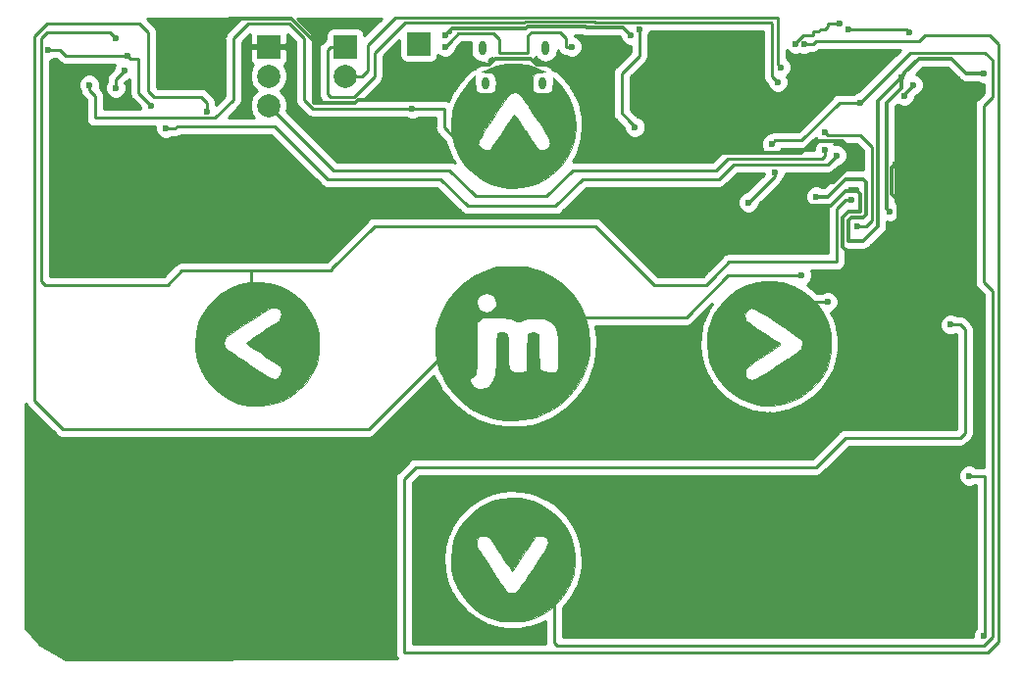
<source format=gbr>
G04 #@! TF.GenerationSoftware,KiCad,Pcbnew,(5.0.1-3-g963ef8bb5)*
G04 #@! TF.CreationDate,2019-06-28T12:59:27+01:00*
G04 #@! TF.ProjectId,invitation,696E7669746174696F6E2E6B69636164,rev?*
G04 #@! TF.SameCoordinates,Original*
G04 #@! TF.FileFunction,Copper,L1,Top,Signal*
G04 #@! TF.FilePolarity,Positive*
%FSLAX46Y46*%
G04 Gerber Fmt 4.6, Leading zero omitted, Abs format (unit mm)*
G04 Created by KiCad (PCBNEW (5.0.1-3-g963ef8bb5)) date Friday, 28 June 2019 at 12:59:27*
%MOMM*%
%LPD*%
G01*
G04 APERTURE LIST*
G04 #@! TA.AperFunction,EtchedComponent*
%ADD10C,0.010000*%
G04 #@! TD*
G04 #@! TA.AperFunction,ComponentPad*
%ADD11O,0.700000X1.200000*%
G04 #@! TD*
G04 #@! TA.AperFunction,ComponentPad*
%ADD12O,0.650000X1.050000*%
G04 #@! TD*
G04 #@! TA.AperFunction,BGAPad,CuDef*
%ADD13C,1.000000*%
G04 #@! TD*
G04 #@! TA.AperFunction,ComponentPad*
%ADD14R,2.000000X2.000000*%
G04 #@! TD*
G04 #@! TA.AperFunction,ComponentPad*
%ADD15C,2.000000*%
G04 #@! TD*
G04 #@! TA.AperFunction,BGAPad,CuDef*
%ADD16C,0.500000*%
G04 #@! TD*
G04 #@! TA.AperFunction,ViaPad*
%ADD17C,0.600000*%
G04 #@! TD*
G04 #@! TA.AperFunction,Conductor*
%ADD18C,0.300000*%
G04 #@! TD*
G04 #@! TA.AperFunction,Conductor*
%ADD19C,0.250000*%
G04 #@! TD*
G04 #@! TA.AperFunction,Conductor*
%ADD20C,0.254000*%
G04 #@! TD*
G04 APERTURE END LIST*
D10*
G04 #@! TO.C,P2*
G36*
X163067989Y-93151201D02*
X163501919Y-93191849D01*
X163764000Y-93242826D01*
X164847228Y-93622621D01*
X165808623Y-94119468D01*
X166650234Y-94734977D01*
X167374111Y-95470760D01*
X167982303Y-96328427D01*
X168209156Y-96735848D01*
X168600018Y-97671662D01*
X168843413Y-98662924D01*
X168938779Y-99682909D01*
X168885560Y-100704891D01*
X168683194Y-101702146D01*
X168332826Y-102644313D01*
X167826547Y-103530719D01*
X167184089Y-104333465D01*
X166425043Y-105035306D01*
X165568997Y-105618994D01*
X164635539Y-106067283D01*
X164314333Y-106182405D01*
X163755842Y-106319377D01*
X163090574Y-106409073D01*
X162374876Y-106449650D01*
X161665095Y-106439264D01*
X161017579Y-106376071D01*
X160643600Y-106302505D01*
X159677246Y-105973386D01*
X158768411Y-105496974D01*
X157937995Y-104890122D01*
X157206899Y-104169680D01*
X156596025Y-103352499D01*
X156427691Y-103052704D01*
X158615684Y-103052704D01*
X158724192Y-103326517D01*
X158726331Y-103330663D01*
X158888738Y-103568206D01*
X159096741Y-103696200D01*
X159395756Y-103735429D01*
X159594817Y-103728169D01*
X159946935Y-103671980D01*
X160197812Y-103547063D01*
X160262485Y-103492980D01*
X160435956Y-103287802D01*
X160608703Y-103014187D01*
X160663082Y-102907333D01*
X160723722Y-102763033D01*
X160769832Y-102606721D01*
X160803954Y-102412002D01*
X160828629Y-102152482D01*
X160846398Y-101801765D01*
X160859804Y-101333456D01*
X160870929Y-100748583D01*
X160886258Y-100068888D01*
X160907006Y-99551606D01*
X160933648Y-99189888D01*
X160966662Y-98976888D01*
X160998847Y-98908379D01*
X161219224Y-98847570D01*
X161489817Y-98868040D01*
X161717787Y-98960468D01*
X161746499Y-98983455D01*
X161804575Y-99051939D01*
X161846168Y-99153363D01*
X161873959Y-99314156D01*
X161890625Y-99560745D01*
X161898845Y-99919560D01*
X161901297Y-100417029D01*
X161901333Y-100511304D01*
X161902144Y-101025743D01*
X161907042Y-101398767D01*
X161919720Y-101658297D01*
X161943875Y-101832250D01*
X161983201Y-101948545D01*
X162041394Y-102035101D01*
X162113019Y-102110716D01*
X162245418Y-102224726D01*
X162388291Y-102285107D01*
X162595445Y-102304683D01*
X162896186Y-102297367D01*
X163467666Y-102272333D01*
X163510000Y-100623254D01*
X163552333Y-98974175D01*
X163785166Y-98892410D01*
X164119745Y-98860268D01*
X164250833Y-98892318D01*
X164483666Y-98973991D01*
X164529200Y-100411495D01*
X164548321Y-100897300D01*
X164572398Y-101331265D01*
X164599137Y-101681918D01*
X164626243Y-101917788D01*
X164644995Y-101999518D01*
X164783800Y-102173431D01*
X165019833Y-102274407D01*
X165382209Y-102313341D01*
X165487175Y-102314666D01*
X165744282Y-102315388D01*
X165933030Y-102302498D01*
X166063945Y-102253411D01*
X166147551Y-102145542D01*
X166194371Y-101956306D01*
X166214930Y-101663119D01*
X166219751Y-101243395D01*
X166219333Y-100743442D01*
X166213876Y-100225063D01*
X166198785Y-99732202D01*
X166175983Y-99303971D01*
X166147390Y-98979480D01*
X166125735Y-98838569D01*
X165944782Y-98379621D01*
X165630791Y-98002004D01*
X165211973Y-97735360D01*
X165005887Y-97661981D01*
X164587134Y-97593707D01*
X164107063Y-97590189D01*
X163633572Y-97646416D01*
X163234558Y-97757373D01*
X163141386Y-97799628D01*
X162936399Y-97897912D01*
X162793662Y-97923069D01*
X162634860Y-97874133D01*
X162464195Y-97791270D01*
X162301693Y-97720757D01*
X162119763Y-97670396D01*
X161885189Y-97636156D01*
X161564753Y-97614005D01*
X161125238Y-97599912D01*
X160843000Y-97594502D01*
X160381670Y-97589872D01*
X159968385Y-97591398D01*
X159638540Y-97598528D01*
X159427533Y-97610709D01*
X159382500Y-97617282D01*
X159192000Y-97661226D01*
X159192000Y-99949817D01*
X159189987Y-100702671D01*
X159182159Y-101304210D01*
X159165831Y-101772423D01*
X159138318Y-102125300D01*
X159096935Y-102380829D01*
X159038997Y-102557000D01*
X158961819Y-102671803D01*
X158862718Y-102743226D01*
X158769595Y-102780038D01*
X158630308Y-102877036D01*
X158615684Y-103052704D01*
X156427691Y-103052704D01*
X156274755Y-102780333D01*
X156004926Y-102195631D01*
X155815275Y-101677555D01*
X155693130Y-101170480D01*
X155625817Y-100618783D01*
X155600661Y-99966839D01*
X155599565Y-99817000D01*
X155613839Y-99134921D01*
X155669521Y-98564241D01*
X155778167Y-98049675D01*
X155951334Y-97535941D01*
X156190910Y-96988181D01*
X156580324Y-96303333D01*
X159192000Y-96303333D01*
X159263325Y-96658333D01*
X159452937Y-96929713D01*
X159724287Y-97102325D01*
X160040830Y-97161025D01*
X160366017Y-97090667D01*
X160637846Y-96902512D01*
X160838377Y-96601097D01*
X160896111Y-96275173D01*
X160826194Y-95961289D01*
X160643770Y-95695990D01*
X160363987Y-95515824D01*
X160038666Y-95456666D01*
X159669972Y-95530839D01*
X159390564Y-95736493D01*
X159225737Y-96048334D01*
X159192000Y-96303333D01*
X156580324Y-96303333D01*
X156725910Y-96047298D01*
X157385516Y-95217269D01*
X158159248Y-94506841D01*
X159036628Y-93924761D01*
X160007175Y-93479775D01*
X160631333Y-93281834D01*
X160995930Y-93213163D01*
X161469395Y-93165173D01*
X162004227Y-93138455D01*
X162552925Y-93133600D01*
X163067989Y-93151201D01*
X163067989Y-93151201D01*
G37*
X163067989Y-93151201D02*
X163501919Y-93191849D01*
X163764000Y-93242826D01*
X164847228Y-93622621D01*
X165808623Y-94119468D01*
X166650234Y-94734977D01*
X167374111Y-95470760D01*
X167982303Y-96328427D01*
X168209156Y-96735848D01*
X168600018Y-97671662D01*
X168843413Y-98662924D01*
X168938779Y-99682909D01*
X168885560Y-100704891D01*
X168683194Y-101702146D01*
X168332826Y-102644313D01*
X167826547Y-103530719D01*
X167184089Y-104333465D01*
X166425043Y-105035306D01*
X165568997Y-105618994D01*
X164635539Y-106067283D01*
X164314333Y-106182405D01*
X163755842Y-106319377D01*
X163090574Y-106409073D01*
X162374876Y-106449650D01*
X161665095Y-106439264D01*
X161017579Y-106376071D01*
X160643600Y-106302505D01*
X159677246Y-105973386D01*
X158768411Y-105496974D01*
X157937995Y-104890122D01*
X157206899Y-104169680D01*
X156596025Y-103352499D01*
X156427691Y-103052704D01*
X158615684Y-103052704D01*
X158724192Y-103326517D01*
X158726331Y-103330663D01*
X158888738Y-103568206D01*
X159096741Y-103696200D01*
X159395756Y-103735429D01*
X159594817Y-103728169D01*
X159946935Y-103671980D01*
X160197812Y-103547063D01*
X160262485Y-103492980D01*
X160435956Y-103287802D01*
X160608703Y-103014187D01*
X160663082Y-102907333D01*
X160723722Y-102763033D01*
X160769832Y-102606721D01*
X160803954Y-102412002D01*
X160828629Y-102152482D01*
X160846398Y-101801765D01*
X160859804Y-101333456D01*
X160870929Y-100748583D01*
X160886258Y-100068888D01*
X160907006Y-99551606D01*
X160933648Y-99189888D01*
X160966662Y-98976888D01*
X160998847Y-98908379D01*
X161219224Y-98847570D01*
X161489817Y-98868040D01*
X161717787Y-98960468D01*
X161746499Y-98983455D01*
X161804575Y-99051939D01*
X161846168Y-99153363D01*
X161873959Y-99314156D01*
X161890625Y-99560745D01*
X161898845Y-99919560D01*
X161901297Y-100417029D01*
X161901333Y-100511304D01*
X161902144Y-101025743D01*
X161907042Y-101398767D01*
X161919720Y-101658297D01*
X161943875Y-101832250D01*
X161983201Y-101948545D01*
X162041394Y-102035101D01*
X162113019Y-102110716D01*
X162245418Y-102224726D01*
X162388291Y-102285107D01*
X162595445Y-102304683D01*
X162896186Y-102297367D01*
X163467666Y-102272333D01*
X163510000Y-100623254D01*
X163552333Y-98974175D01*
X163785166Y-98892410D01*
X164119745Y-98860268D01*
X164250833Y-98892318D01*
X164483666Y-98973991D01*
X164529200Y-100411495D01*
X164548321Y-100897300D01*
X164572398Y-101331265D01*
X164599137Y-101681918D01*
X164626243Y-101917788D01*
X164644995Y-101999518D01*
X164783800Y-102173431D01*
X165019833Y-102274407D01*
X165382209Y-102313341D01*
X165487175Y-102314666D01*
X165744282Y-102315388D01*
X165933030Y-102302498D01*
X166063945Y-102253411D01*
X166147551Y-102145542D01*
X166194371Y-101956306D01*
X166214930Y-101663119D01*
X166219751Y-101243395D01*
X166219333Y-100743442D01*
X166213876Y-100225063D01*
X166198785Y-99732202D01*
X166175983Y-99303971D01*
X166147390Y-98979480D01*
X166125735Y-98838569D01*
X165944782Y-98379621D01*
X165630791Y-98002004D01*
X165211973Y-97735360D01*
X165005887Y-97661981D01*
X164587134Y-97593707D01*
X164107063Y-97590189D01*
X163633572Y-97646416D01*
X163234558Y-97757373D01*
X163141386Y-97799628D01*
X162936399Y-97897912D01*
X162793662Y-97923069D01*
X162634860Y-97874133D01*
X162464195Y-97791270D01*
X162301693Y-97720757D01*
X162119763Y-97670396D01*
X161885189Y-97636156D01*
X161564753Y-97614005D01*
X161125238Y-97599912D01*
X160843000Y-97594502D01*
X160381670Y-97589872D01*
X159968385Y-97591398D01*
X159638540Y-97598528D01*
X159427533Y-97610709D01*
X159382500Y-97617282D01*
X159192000Y-97661226D01*
X159192000Y-99949817D01*
X159189987Y-100702671D01*
X159182159Y-101304210D01*
X159165831Y-101772423D01*
X159138318Y-102125300D01*
X159096935Y-102380829D01*
X159038997Y-102557000D01*
X158961819Y-102671803D01*
X158862718Y-102743226D01*
X158769595Y-102780038D01*
X158630308Y-102877036D01*
X158615684Y-103052704D01*
X156427691Y-103052704D01*
X156274755Y-102780333D01*
X156004926Y-102195631D01*
X155815275Y-101677555D01*
X155693130Y-101170480D01*
X155625817Y-100618783D01*
X155600661Y-99966839D01*
X155599565Y-99817000D01*
X155613839Y-99134921D01*
X155669521Y-98564241D01*
X155778167Y-98049675D01*
X155951334Y-97535941D01*
X156190910Y-96988181D01*
X156580324Y-96303333D01*
X159192000Y-96303333D01*
X159263325Y-96658333D01*
X159452937Y-96929713D01*
X159724287Y-97102325D01*
X160040830Y-97161025D01*
X160366017Y-97090667D01*
X160637846Y-96902512D01*
X160838377Y-96601097D01*
X160896111Y-96275173D01*
X160826194Y-95961289D01*
X160643770Y-95695990D01*
X160363987Y-95515824D01*
X160038666Y-95456666D01*
X159669972Y-95530839D01*
X159390564Y-95736493D01*
X159225737Y-96048334D01*
X159192000Y-96303333D01*
X156580324Y-96303333D01*
X156725910Y-96047298D01*
X157385516Y-95217269D01*
X158159248Y-94506841D01*
X159036628Y-93924761D01*
X160007175Y-93479775D01*
X160631333Y-93281834D01*
X160995930Y-93213163D01*
X161469395Y-93165173D01*
X162004227Y-93138455D01*
X162552925Y-93133600D01*
X163067989Y-93151201D01*
G04 #@! TO.C,P4*
G36*
X141298524Y-94596623D02*
X142158751Y-94849985D01*
X142988777Y-95253521D01*
X143606156Y-95676492D01*
X144254718Y-96290941D01*
X144795698Y-97026365D01*
X145215985Y-97863208D01*
X145378988Y-98320666D01*
X145523824Y-98980546D01*
X145583546Y-99712240D01*
X145558850Y-100455010D01*
X145450431Y-101148117D01*
X145342265Y-101524023D01*
X144944227Y-102424278D01*
X144426619Y-103206619D01*
X143783835Y-103878375D01*
X143199750Y-104325088D01*
X142411837Y-104754090D01*
X141546952Y-105049501D01*
X140642274Y-105202800D01*
X139734985Y-105205470D01*
X139480333Y-105177353D01*
X138617030Y-104988883D01*
X137827459Y-104664771D01*
X137089326Y-104193590D01*
X136429631Y-103613534D01*
X135810799Y-102895863D01*
X135352219Y-102132238D01*
X135048125Y-101308739D01*
X134892751Y-100411446D01*
X134868502Y-99844666D01*
X134876944Y-99735927D01*
X137325387Y-99735927D01*
X137388497Y-100052699D01*
X137446827Y-100155489D01*
X137553218Y-100254502D01*
X137778784Y-100428787D01*
X138100456Y-100661749D01*
X138495163Y-100936790D01*
X138939836Y-101237313D01*
X139076660Y-101328060D01*
X139554503Y-101643731D01*
X140012321Y-101946398D01*
X140421168Y-102216907D01*
X140752095Y-102436104D01*
X140976156Y-102584835D01*
X141004333Y-102603597D01*
X141400732Y-102816528D01*
X141732554Y-102879422D01*
X142011570Y-102793388D01*
X142120709Y-102708574D01*
X142252652Y-102498926D01*
X142318441Y-102224180D01*
X142306519Y-101961405D01*
X142251870Y-101833864D01*
X142167733Y-101766408D01*
X141967861Y-101623860D01*
X141678293Y-101423723D01*
X141325067Y-101183499D01*
X140934223Y-100920693D01*
X140531798Y-100652807D01*
X140143832Y-100397344D01*
X139796364Y-100171809D01*
X139515431Y-99993704D01*
X139501500Y-99985057D01*
X139341465Y-99868573D01*
X139270385Y-99782547D01*
X139270158Y-99779214D01*
X139338370Y-99716237D01*
X139527487Y-99577256D01*
X139815683Y-99377383D01*
X140181133Y-99131728D01*
X140602010Y-98855400D01*
X140643213Y-98828666D01*
X141080511Y-98542680D01*
X141476326Y-98279046D01*
X141805572Y-98054852D01*
X142043168Y-97887186D01*
X142164029Y-97793134D01*
X142165721Y-97791500D01*
X142280383Y-97577670D01*
X142313033Y-97293184D01*
X142262760Y-97016035D01*
X142176544Y-96866833D01*
X141951014Y-96741639D01*
X141686177Y-96712000D01*
X141547969Y-96722415D01*
X141398624Y-96761908D01*
X141215133Y-96842846D01*
X140974490Y-96977597D01*
X140653686Y-97178529D01*
X140229713Y-97458010D01*
X139953648Y-97643333D01*
X139528012Y-97929025D01*
X139152120Y-98179258D01*
X138847790Y-98379679D01*
X138636841Y-98515933D01*
X138541091Y-98573665D01*
X138538057Y-98574666D01*
X138430683Y-98623895D01*
X138235696Y-98750588D01*
X137995107Y-98923260D01*
X137750932Y-99110423D01*
X137545182Y-99280590D01*
X137419870Y-99402273D01*
X137404422Y-99424281D01*
X137325387Y-99735927D01*
X134876944Y-99735927D01*
X134941902Y-98899286D01*
X135163536Y-98029751D01*
X135379902Y-97517177D01*
X135866606Y-96706790D01*
X136459805Y-96015990D01*
X137142413Y-95448600D01*
X137897341Y-95008444D01*
X138707504Y-94699345D01*
X139555813Y-94525126D01*
X140425182Y-94489611D01*
X141298524Y-94596623D01*
X141298524Y-94596623D01*
G37*
X141298524Y-94596623D02*
X142158751Y-94849985D01*
X142988777Y-95253521D01*
X143606156Y-95676492D01*
X144254718Y-96290941D01*
X144795698Y-97026365D01*
X145215985Y-97863208D01*
X145378988Y-98320666D01*
X145523824Y-98980546D01*
X145583546Y-99712240D01*
X145558850Y-100455010D01*
X145450431Y-101148117D01*
X145342265Y-101524023D01*
X144944227Y-102424278D01*
X144426619Y-103206619D01*
X143783835Y-103878375D01*
X143199750Y-104325088D01*
X142411837Y-104754090D01*
X141546952Y-105049501D01*
X140642274Y-105202800D01*
X139734985Y-105205470D01*
X139480333Y-105177353D01*
X138617030Y-104988883D01*
X137827459Y-104664771D01*
X137089326Y-104193590D01*
X136429631Y-103613534D01*
X135810799Y-102895863D01*
X135352219Y-102132238D01*
X135048125Y-101308739D01*
X134892751Y-100411446D01*
X134868502Y-99844666D01*
X134876944Y-99735927D01*
X137325387Y-99735927D01*
X137388497Y-100052699D01*
X137446827Y-100155489D01*
X137553218Y-100254502D01*
X137778784Y-100428787D01*
X138100456Y-100661749D01*
X138495163Y-100936790D01*
X138939836Y-101237313D01*
X139076660Y-101328060D01*
X139554503Y-101643731D01*
X140012321Y-101946398D01*
X140421168Y-102216907D01*
X140752095Y-102436104D01*
X140976156Y-102584835D01*
X141004333Y-102603597D01*
X141400732Y-102816528D01*
X141732554Y-102879422D01*
X142011570Y-102793388D01*
X142120709Y-102708574D01*
X142252652Y-102498926D01*
X142318441Y-102224180D01*
X142306519Y-101961405D01*
X142251870Y-101833864D01*
X142167733Y-101766408D01*
X141967861Y-101623860D01*
X141678293Y-101423723D01*
X141325067Y-101183499D01*
X140934223Y-100920693D01*
X140531798Y-100652807D01*
X140143832Y-100397344D01*
X139796364Y-100171809D01*
X139515431Y-99993704D01*
X139501500Y-99985057D01*
X139341465Y-99868573D01*
X139270385Y-99782547D01*
X139270158Y-99779214D01*
X139338370Y-99716237D01*
X139527487Y-99577256D01*
X139815683Y-99377383D01*
X140181133Y-99131728D01*
X140602010Y-98855400D01*
X140643213Y-98828666D01*
X141080511Y-98542680D01*
X141476326Y-98279046D01*
X141805572Y-98054852D01*
X142043168Y-97887186D01*
X142164029Y-97793134D01*
X142165721Y-97791500D01*
X142280383Y-97577670D01*
X142313033Y-97293184D01*
X142262760Y-97016035D01*
X142176544Y-96866833D01*
X141951014Y-96741639D01*
X141686177Y-96712000D01*
X141547969Y-96722415D01*
X141398624Y-96761908D01*
X141215133Y-96842846D01*
X140974490Y-96977597D01*
X140653686Y-97178529D01*
X140229713Y-97458010D01*
X139953648Y-97643333D01*
X139528012Y-97929025D01*
X139152120Y-98179258D01*
X138847790Y-98379679D01*
X138636841Y-98515933D01*
X138541091Y-98573665D01*
X138538057Y-98574666D01*
X138430683Y-98623895D01*
X138235696Y-98750588D01*
X137995107Y-98923260D01*
X137750932Y-99110423D01*
X137545182Y-99280590D01*
X137419870Y-99402273D01*
X137404422Y-99424281D01*
X137325387Y-99735927D01*
X134876944Y-99735927D01*
X134941902Y-98899286D01*
X135163536Y-98029751D01*
X135379902Y-97517177D01*
X135866606Y-96706790D01*
X136459805Y-96015990D01*
X137142413Y-95448600D01*
X137897341Y-95008444D01*
X138707504Y-94699345D01*
X139555813Y-94525126D01*
X140425182Y-94489611D01*
X141298524Y-94596623D01*
G04 #@! TO.C,P5*
G36*
X185465430Y-94528083D02*
X185640000Y-94563759D01*
X186490574Y-94846248D01*
X187284402Y-95272807D01*
X188002096Y-95824200D01*
X188624271Y-96481187D01*
X189131540Y-97224531D01*
X189504517Y-98034993D01*
X189656842Y-98550000D01*
X189749012Y-99135878D01*
X189780937Y-99800906D01*
X189752598Y-100467350D01*
X189663974Y-101057475D01*
X189657504Y-101085522D01*
X189372416Y-101940486D01*
X188947311Y-102723025D01*
X188400216Y-103420660D01*
X187749156Y-104020916D01*
X187012157Y-104511315D01*
X186207244Y-104879380D01*
X185352443Y-105112635D01*
X184465779Y-105198602D01*
X183775451Y-105156941D01*
X182849520Y-104953480D01*
X181989725Y-104601006D01*
X181210505Y-104111756D01*
X180526302Y-103497966D01*
X179951557Y-102771874D01*
X179500712Y-101945717D01*
X179275678Y-101344000D01*
X179130842Y-100684120D01*
X179071120Y-99952425D01*
X179095816Y-99209655D01*
X179204234Y-98516549D01*
X179312401Y-98140643D01*
X179625471Y-97440486D01*
X182336225Y-97440486D01*
X182348147Y-97703261D01*
X182402796Y-97830802D01*
X182486933Y-97898257D01*
X182686805Y-98040805D01*
X182976373Y-98240943D01*
X183329599Y-98481167D01*
X183720443Y-98743973D01*
X184122868Y-99011859D01*
X184510833Y-99267321D01*
X184858302Y-99492857D01*
X185139235Y-99670962D01*
X185153166Y-99679609D01*
X185313201Y-99796093D01*
X185384281Y-99882118D01*
X185384507Y-99885451D01*
X185316296Y-99948429D01*
X185127179Y-100087409D01*
X184838982Y-100287282D01*
X184473533Y-100532938D01*
X184052656Y-100809266D01*
X184011453Y-100836000D01*
X183574154Y-101121986D01*
X183178340Y-101385620D01*
X182849093Y-101609813D01*
X182611498Y-101777480D01*
X182490637Y-101871532D01*
X182488945Y-101873166D01*
X182374283Y-102086996D01*
X182341632Y-102371481D01*
X182391906Y-102648631D01*
X182478122Y-102797833D01*
X182703651Y-102923026D01*
X182968489Y-102952666D01*
X183106697Y-102942250D01*
X183256042Y-102902758D01*
X183439532Y-102821820D01*
X183680176Y-102687069D01*
X184000979Y-102486137D01*
X184424952Y-102206655D01*
X184701018Y-102021333D01*
X185126654Y-101735641D01*
X185502546Y-101485408D01*
X185806875Y-101284987D01*
X186017824Y-101148733D01*
X186113575Y-101091000D01*
X186116609Y-101090000D01*
X186223982Y-101040771D01*
X186418970Y-100914077D01*
X186659558Y-100741405D01*
X186903734Y-100554243D01*
X187109484Y-100384076D01*
X187234795Y-100262393D01*
X187250244Y-100240384D01*
X187329251Y-99929879D01*
X187267487Y-99614365D01*
X187209063Y-99510924D01*
X187099058Y-99406386D01*
X186873195Y-99229309D01*
X186557830Y-98999070D01*
X186179317Y-98735052D01*
X185875563Y-98530325D01*
X185154937Y-98052250D01*
X184560919Y-97661255D01*
X184079163Y-97350581D01*
X183695322Y-97113469D01*
X183395051Y-96943162D01*
X183164004Y-96832901D01*
X182987833Y-96775927D01*
X182852193Y-96765482D01*
X182742738Y-96794807D01*
X182645121Y-96857143D01*
X182544996Y-96945733D01*
X182533956Y-96956091D01*
X182402013Y-97165740D01*
X182336225Y-97440486D01*
X179625471Y-97440486D01*
X179711470Y-97248158D01*
X180236389Y-96457699D01*
X180875851Y-95780493D01*
X181618552Y-95227765D01*
X182453183Y-94810740D01*
X182785505Y-94692291D01*
X183408148Y-94545880D01*
X184108269Y-94467640D01*
X184816989Y-94460674D01*
X185465430Y-94528083D01*
X185465430Y-94528083D01*
G37*
X185465430Y-94528083D02*
X185640000Y-94563759D01*
X186490574Y-94846248D01*
X187284402Y-95272807D01*
X188002096Y-95824200D01*
X188624271Y-96481187D01*
X189131540Y-97224531D01*
X189504517Y-98034993D01*
X189656842Y-98550000D01*
X189749012Y-99135878D01*
X189780937Y-99800906D01*
X189752598Y-100467350D01*
X189663974Y-101057475D01*
X189657504Y-101085522D01*
X189372416Y-101940486D01*
X188947311Y-102723025D01*
X188400216Y-103420660D01*
X187749156Y-104020916D01*
X187012157Y-104511315D01*
X186207244Y-104879380D01*
X185352443Y-105112635D01*
X184465779Y-105198602D01*
X183775451Y-105156941D01*
X182849520Y-104953480D01*
X181989725Y-104601006D01*
X181210505Y-104111756D01*
X180526302Y-103497966D01*
X179951557Y-102771874D01*
X179500712Y-101945717D01*
X179275678Y-101344000D01*
X179130842Y-100684120D01*
X179071120Y-99952425D01*
X179095816Y-99209655D01*
X179204234Y-98516549D01*
X179312401Y-98140643D01*
X179625471Y-97440486D01*
X182336225Y-97440486D01*
X182348147Y-97703261D01*
X182402796Y-97830802D01*
X182486933Y-97898257D01*
X182686805Y-98040805D01*
X182976373Y-98240943D01*
X183329599Y-98481167D01*
X183720443Y-98743973D01*
X184122868Y-99011859D01*
X184510833Y-99267321D01*
X184858302Y-99492857D01*
X185139235Y-99670962D01*
X185153166Y-99679609D01*
X185313201Y-99796093D01*
X185384281Y-99882118D01*
X185384507Y-99885451D01*
X185316296Y-99948429D01*
X185127179Y-100087409D01*
X184838982Y-100287282D01*
X184473533Y-100532938D01*
X184052656Y-100809266D01*
X184011453Y-100836000D01*
X183574154Y-101121986D01*
X183178340Y-101385620D01*
X182849093Y-101609813D01*
X182611498Y-101777480D01*
X182490637Y-101871532D01*
X182488945Y-101873166D01*
X182374283Y-102086996D01*
X182341632Y-102371481D01*
X182391906Y-102648631D01*
X182478122Y-102797833D01*
X182703651Y-102923026D01*
X182968489Y-102952666D01*
X183106697Y-102942250D01*
X183256042Y-102902758D01*
X183439532Y-102821820D01*
X183680176Y-102687069D01*
X184000979Y-102486137D01*
X184424952Y-102206655D01*
X184701018Y-102021333D01*
X185126654Y-101735641D01*
X185502546Y-101485408D01*
X185806875Y-101284987D01*
X186017824Y-101148733D01*
X186113575Y-101091000D01*
X186116609Y-101090000D01*
X186223982Y-101040771D01*
X186418970Y-100914077D01*
X186659558Y-100741405D01*
X186903734Y-100554243D01*
X187109484Y-100384076D01*
X187234795Y-100262393D01*
X187250244Y-100240384D01*
X187329251Y-99929879D01*
X187267487Y-99614365D01*
X187209063Y-99510924D01*
X187099058Y-99406386D01*
X186873195Y-99229309D01*
X186557830Y-98999070D01*
X186179317Y-98735052D01*
X185875563Y-98530325D01*
X185154937Y-98052250D01*
X184560919Y-97661255D01*
X184079163Y-97350581D01*
X183695322Y-97113469D01*
X183395051Y-96943162D01*
X183164004Y-96832901D01*
X182987833Y-96775927D01*
X182852193Y-96765482D01*
X182742738Y-96794807D01*
X182645121Y-96857143D01*
X182544996Y-96945733D01*
X182533956Y-96956091D01*
X182402013Y-97165740D01*
X182336225Y-97440486D01*
X179625471Y-97440486D01*
X179711470Y-97248158D01*
X180236389Y-96457699D01*
X180875851Y-95780493D01*
X181618552Y-95227765D01*
X182453183Y-94810740D01*
X182785505Y-94692291D01*
X183408148Y-94545880D01*
X184108269Y-94467640D01*
X184816989Y-94460674D01*
X185465430Y-94528083D01*
G04 #@! TO.C,P11*
G36*
X162905010Y-113175816D02*
X163598117Y-113284234D01*
X163974023Y-113392401D01*
X164866508Y-113791470D01*
X165656966Y-114316389D01*
X166334172Y-114955851D01*
X166886901Y-115698552D01*
X167303925Y-116533183D01*
X167422374Y-116865505D01*
X167568786Y-117488148D01*
X167647025Y-118188269D01*
X167653991Y-118896989D01*
X167586583Y-119545430D01*
X167550906Y-119720000D01*
X167268418Y-120570574D01*
X166841858Y-121364402D01*
X166290466Y-122082096D01*
X165633478Y-122704271D01*
X164890135Y-123211540D01*
X164079673Y-123584517D01*
X163564666Y-123736842D01*
X163049079Y-123818740D01*
X162445109Y-123854036D01*
X161823536Y-123842816D01*
X161255143Y-123785166D01*
X160990895Y-123733712D01*
X160169057Y-123451008D01*
X159390004Y-123020770D01*
X158679430Y-122463932D01*
X158063032Y-121801429D01*
X157566506Y-121054195D01*
X157467256Y-120863000D01*
X157162961Y-120099162D01*
X156991393Y-119298651D01*
X156942412Y-118450000D01*
X157028648Y-117513130D01*
X157154958Y-117048489D01*
X159162000Y-117048489D01*
X159172415Y-117186697D01*
X159211908Y-117336042D01*
X159292846Y-117519532D01*
X159427597Y-117760176D01*
X159628529Y-118080979D01*
X159908010Y-118504952D01*
X160093333Y-118781018D01*
X160379025Y-119206654D01*
X160629258Y-119582546D01*
X160829679Y-119886875D01*
X160965933Y-120097824D01*
X161023665Y-120193575D01*
X161024666Y-120196609D01*
X161073048Y-120299647D01*
X161197500Y-120491751D01*
X161366985Y-120730831D01*
X161550463Y-120974799D01*
X161716897Y-121181566D01*
X161835247Y-121309044D01*
X161857554Y-121326019D01*
X162140934Y-121405489D01*
X162448611Y-121365899D01*
X162603742Y-121289063D01*
X162708279Y-121179058D01*
X162885357Y-120953195D01*
X163115595Y-120637830D01*
X163379614Y-120259317D01*
X163584341Y-119955563D01*
X164062416Y-119234937D01*
X164453411Y-118640919D01*
X164764085Y-118159163D01*
X165001196Y-117775322D01*
X165171503Y-117475051D01*
X165281764Y-117244004D01*
X165338738Y-117067833D01*
X165349184Y-116932193D01*
X165319859Y-116822738D01*
X165257523Y-116725121D01*
X165168933Y-116624996D01*
X165158574Y-116613956D01*
X164948926Y-116482013D01*
X164674180Y-116416225D01*
X164411405Y-116428147D01*
X164283864Y-116482796D01*
X164216408Y-116566933D01*
X164073860Y-116766805D01*
X163873723Y-117056373D01*
X163633499Y-117409599D01*
X163370693Y-117800443D01*
X163102807Y-118202868D01*
X162847344Y-118590833D01*
X162621809Y-118938302D01*
X162443704Y-119219235D01*
X162435057Y-119233166D01*
X162318573Y-119393201D01*
X162232547Y-119464281D01*
X162229214Y-119464507D01*
X162166237Y-119396296D01*
X162027256Y-119207179D01*
X161827383Y-118918982D01*
X161581728Y-118553533D01*
X161305400Y-118132656D01*
X161278666Y-118091453D01*
X160992680Y-117654154D01*
X160729046Y-117258340D01*
X160504852Y-116929093D01*
X160337186Y-116691498D01*
X160243134Y-116570637D01*
X160241500Y-116568945D01*
X160027670Y-116454283D01*
X159743184Y-116421632D01*
X159466035Y-116471906D01*
X159316833Y-116558122D01*
X159191639Y-116783651D01*
X159162000Y-117048489D01*
X157154958Y-117048489D01*
X157269260Y-116628025D01*
X157653484Y-115809012D01*
X158170551Y-115070417D01*
X158809696Y-114426568D01*
X159560153Y-113891791D01*
X160411155Y-113480412D01*
X160770666Y-113355678D01*
X161430546Y-113210842D01*
X162162240Y-113151120D01*
X162905010Y-113175816D01*
X162905010Y-113175816D01*
G37*
X162905010Y-113175816D02*
X163598117Y-113284234D01*
X163974023Y-113392401D01*
X164866508Y-113791470D01*
X165656966Y-114316389D01*
X166334172Y-114955851D01*
X166886901Y-115698552D01*
X167303925Y-116533183D01*
X167422374Y-116865505D01*
X167568786Y-117488148D01*
X167647025Y-118188269D01*
X167653991Y-118896989D01*
X167586583Y-119545430D01*
X167550906Y-119720000D01*
X167268418Y-120570574D01*
X166841858Y-121364402D01*
X166290466Y-122082096D01*
X165633478Y-122704271D01*
X164890135Y-123211540D01*
X164079673Y-123584517D01*
X163564666Y-123736842D01*
X163049079Y-123818740D01*
X162445109Y-123854036D01*
X161823536Y-123842816D01*
X161255143Y-123785166D01*
X160990895Y-123733712D01*
X160169057Y-123451008D01*
X159390004Y-123020770D01*
X158679430Y-122463932D01*
X158063032Y-121801429D01*
X157566506Y-121054195D01*
X157467256Y-120863000D01*
X157162961Y-120099162D01*
X156991393Y-119298651D01*
X156942412Y-118450000D01*
X157028648Y-117513130D01*
X157154958Y-117048489D01*
X159162000Y-117048489D01*
X159172415Y-117186697D01*
X159211908Y-117336042D01*
X159292846Y-117519532D01*
X159427597Y-117760176D01*
X159628529Y-118080979D01*
X159908010Y-118504952D01*
X160093333Y-118781018D01*
X160379025Y-119206654D01*
X160629258Y-119582546D01*
X160829679Y-119886875D01*
X160965933Y-120097824D01*
X161023665Y-120193575D01*
X161024666Y-120196609D01*
X161073048Y-120299647D01*
X161197500Y-120491751D01*
X161366985Y-120730831D01*
X161550463Y-120974799D01*
X161716897Y-121181566D01*
X161835247Y-121309044D01*
X161857554Y-121326019D01*
X162140934Y-121405489D01*
X162448611Y-121365899D01*
X162603742Y-121289063D01*
X162708279Y-121179058D01*
X162885357Y-120953195D01*
X163115595Y-120637830D01*
X163379614Y-120259317D01*
X163584341Y-119955563D01*
X164062416Y-119234937D01*
X164453411Y-118640919D01*
X164764085Y-118159163D01*
X165001196Y-117775322D01*
X165171503Y-117475051D01*
X165281764Y-117244004D01*
X165338738Y-117067833D01*
X165349184Y-116932193D01*
X165319859Y-116822738D01*
X165257523Y-116725121D01*
X165168933Y-116624996D01*
X165158574Y-116613956D01*
X164948926Y-116482013D01*
X164674180Y-116416225D01*
X164411405Y-116428147D01*
X164283864Y-116482796D01*
X164216408Y-116566933D01*
X164073860Y-116766805D01*
X163873723Y-117056373D01*
X163633499Y-117409599D01*
X163370693Y-117800443D01*
X163102807Y-118202868D01*
X162847344Y-118590833D01*
X162621809Y-118938302D01*
X162443704Y-119219235D01*
X162435057Y-119233166D01*
X162318573Y-119393201D01*
X162232547Y-119464281D01*
X162229214Y-119464507D01*
X162166237Y-119396296D01*
X162027256Y-119207179D01*
X161827383Y-118918982D01*
X161581728Y-118553533D01*
X161305400Y-118132656D01*
X161278666Y-118091453D01*
X160992680Y-117654154D01*
X160729046Y-117258340D01*
X160504852Y-116929093D01*
X160337186Y-116691498D01*
X160243134Y-116570637D01*
X160241500Y-116568945D01*
X160027670Y-116454283D01*
X159743184Y-116421632D01*
X159466035Y-116471906D01*
X159316833Y-116558122D01*
X159191639Y-116783651D01*
X159162000Y-117048489D01*
X157154958Y-117048489D01*
X157269260Y-116628025D01*
X157653484Y-115809012D01*
X158170551Y-115070417D01*
X158809696Y-114426568D01*
X159560153Y-113891791D01*
X160411155Y-113480412D01*
X160770666Y-113355678D01*
X161430546Y-113210842D01*
X162162240Y-113151120D01*
X162905010Y-113175816D01*
G04 #@! TO.C,P10*
G36*
X163560664Y-75769620D02*
X164386548Y-76024240D01*
X164631078Y-76133307D01*
X165111666Y-76365666D01*
X164688946Y-76392311D01*
X164359009Y-76435177D01*
X164146310Y-76533994D01*
X164026705Y-76719084D01*
X163976052Y-77020773D01*
X163968666Y-77297000D01*
X163984198Y-77690373D01*
X164049990Y-77947842D01*
X164194842Y-78097516D01*
X164447551Y-78167503D01*
X164836914Y-78185912D01*
X164879452Y-78185999D01*
X165270866Y-78171387D01*
X165523701Y-78108725D01*
X165667551Y-77969773D01*
X165732008Y-77726293D01*
X165746666Y-77358436D01*
X165746666Y-76796967D01*
X166091729Y-77131650D01*
X166443362Y-77524777D01*
X166795675Y-78008133D01*
X167111461Y-78523773D01*
X167353513Y-79013751D01*
X167430575Y-79216742D01*
X167654976Y-80141661D01*
X167720430Y-81060525D01*
X167635102Y-81957199D01*
X167407151Y-82815551D01*
X167044739Y-83619447D01*
X166556028Y-84352754D01*
X165949180Y-84999338D01*
X165232355Y-85543066D01*
X164413716Y-85967803D01*
X163926333Y-86143821D01*
X163494168Y-86245948D01*
X162977377Y-86320323D01*
X162433376Y-86363005D01*
X161919580Y-86370052D01*
X161493406Y-86337525D01*
X161385478Y-86318235D01*
X160455632Y-86037513D01*
X159606165Y-85619451D01*
X158850966Y-85076321D01*
X158203927Y-84420395D01*
X157678940Y-83663944D01*
X157289894Y-82819242D01*
X157232291Y-82649161D01*
X157216610Y-82582473D01*
X159305482Y-82582473D01*
X159334807Y-82691928D01*
X159397143Y-82789545D01*
X159485733Y-82889670D01*
X159496091Y-82900709D01*
X159705740Y-83032652D01*
X159980486Y-83098441D01*
X160243261Y-83086519D01*
X160370802Y-83031870D01*
X160438257Y-82947733D01*
X160580805Y-82747861D01*
X160780943Y-82458293D01*
X161021167Y-82105067D01*
X161283973Y-81714223D01*
X161551859Y-81311798D01*
X161807321Y-80923832D01*
X162032857Y-80576364D01*
X162210962Y-80295431D01*
X162219609Y-80281500D01*
X162336093Y-80121465D01*
X162422118Y-80050385D01*
X162425451Y-80050158D01*
X162488429Y-80118370D01*
X162627409Y-80307487D01*
X162827282Y-80595683D01*
X163072938Y-80961133D01*
X163349266Y-81382010D01*
X163376000Y-81423213D01*
X163661986Y-81860511D01*
X163925620Y-82256326D01*
X164149813Y-82585572D01*
X164317480Y-82823168D01*
X164411532Y-82944029D01*
X164413166Y-82945721D01*
X164626996Y-83060383D01*
X164911481Y-83093033D01*
X165188631Y-83042760D01*
X165337833Y-82956544D01*
X165463026Y-82731014D01*
X165492666Y-82466177D01*
X165482250Y-82327969D01*
X165442758Y-82178624D01*
X165361820Y-81995133D01*
X165227069Y-81754490D01*
X165026137Y-81433686D01*
X164746655Y-81009713D01*
X164561333Y-80733648D01*
X164275641Y-80308012D01*
X164025408Y-79932120D01*
X163824987Y-79627790D01*
X163688733Y-79416841D01*
X163631000Y-79321091D01*
X163630000Y-79318057D01*
X163580771Y-79210683D01*
X163454077Y-79015696D01*
X163281405Y-78775107D01*
X163094243Y-78530932D01*
X162924076Y-78325182D01*
X162802393Y-78199870D01*
X162780384Y-78184422D01*
X162469879Y-78105414D01*
X162154365Y-78167179D01*
X162050924Y-78225603D01*
X161946386Y-78335608D01*
X161769309Y-78561470D01*
X161539070Y-78876836D01*
X161275052Y-79255349D01*
X161070325Y-79559103D01*
X160592250Y-80279729D01*
X160201255Y-80873747D01*
X159890581Y-81355503D01*
X159653469Y-81739343D01*
X159483162Y-82039614D01*
X159372901Y-82270662D01*
X159315927Y-82446833D01*
X159305482Y-82582473D01*
X157216610Y-82582473D01*
X157085880Y-82026518D01*
X157007640Y-81326397D01*
X157000674Y-80617677D01*
X157068083Y-79969236D01*
X157103759Y-79794666D01*
X157358293Y-79024989D01*
X157748571Y-78265702D01*
X158246138Y-77568578D01*
X158458830Y-77329255D01*
X159050889Y-76704333D01*
X159054444Y-77305044D01*
X159072561Y-77695352D01*
X159140699Y-77950677D01*
X159287836Y-78098938D01*
X159542949Y-78168054D01*
X159935015Y-78185944D01*
X159968785Y-78186000D01*
X160357072Y-78172336D01*
X160608818Y-78111611D01*
X160753133Y-77974220D01*
X160819126Y-77730560D01*
X160835907Y-77351027D01*
X160836000Y-77304074D01*
X160818661Y-76908421D01*
X160749560Y-76649368D01*
X160603065Y-76496208D01*
X160353547Y-76418238D01*
X160072995Y-76389991D01*
X159608333Y-76361734D01*
X160104978Y-76127595D01*
X160919563Y-75831542D01*
X161791092Y-75673226D01*
X162683485Y-75652600D01*
X163560664Y-75769620D01*
X163560664Y-75769620D01*
G37*
X163560664Y-75769620D02*
X164386548Y-76024240D01*
X164631078Y-76133307D01*
X165111666Y-76365666D01*
X164688946Y-76392311D01*
X164359009Y-76435177D01*
X164146310Y-76533994D01*
X164026705Y-76719084D01*
X163976052Y-77020773D01*
X163968666Y-77297000D01*
X163984198Y-77690373D01*
X164049990Y-77947842D01*
X164194842Y-78097516D01*
X164447551Y-78167503D01*
X164836914Y-78185912D01*
X164879452Y-78185999D01*
X165270866Y-78171387D01*
X165523701Y-78108725D01*
X165667551Y-77969773D01*
X165732008Y-77726293D01*
X165746666Y-77358436D01*
X165746666Y-76796967D01*
X166091729Y-77131650D01*
X166443362Y-77524777D01*
X166795675Y-78008133D01*
X167111461Y-78523773D01*
X167353513Y-79013751D01*
X167430575Y-79216742D01*
X167654976Y-80141661D01*
X167720430Y-81060525D01*
X167635102Y-81957199D01*
X167407151Y-82815551D01*
X167044739Y-83619447D01*
X166556028Y-84352754D01*
X165949180Y-84999338D01*
X165232355Y-85543066D01*
X164413716Y-85967803D01*
X163926333Y-86143821D01*
X163494168Y-86245948D01*
X162977377Y-86320323D01*
X162433376Y-86363005D01*
X161919580Y-86370052D01*
X161493406Y-86337525D01*
X161385478Y-86318235D01*
X160455632Y-86037513D01*
X159606165Y-85619451D01*
X158850966Y-85076321D01*
X158203927Y-84420395D01*
X157678940Y-83663944D01*
X157289894Y-82819242D01*
X157232291Y-82649161D01*
X157216610Y-82582473D01*
X159305482Y-82582473D01*
X159334807Y-82691928D01*
X159397143Y-82789545D01*
X159485733Y-82889670D01*
X159496091Y-82900709D01*
X159705740Y-83032652D01*
X159980486Y-83098441D01*
X160243261Y-83086519D01*
X160370802Y-83031870D01*
X160438257Y-82947733D01*
X160580805Y-82747861D01*
X160780943Y-82458293D01*
X161021167Y-82105067D01*
X161283973Y-81714223D01*
X161551859Y-81311798D01*
X161807321Y-80923832D01*
X162032857Y-80576364D01*
X162210962Y-80295431D01*
X162219609Y-80281500D01*
X162336093Y-80121465D01*
X162422118Y-80050385D01*
X162425451Y-80050158D01*
X162488429Y-80118370D01*
X162627409Y-80307487D01*
X162827282Y-80595683D01*
X163072938Y-80961133D01*
X163349266Y-81382010D01*
X163376000Y-81423213D01*
X163661986Y-81860511D01*
X163925620Y-82256326D01*
X164149813Y-82585572D01*
X164317480Y-82823168D01*
X164411532Y-82944029D01*
X164413166Y-82945721D01*
X164626996Y-83060383D01*
X164911481Y-83093033D01*
X165188631Y-83042760D01*
X165337833Y-82956544D01*
X165463026Y-82731014D01*
X165492666Y-82466177D01*
X165482250Y-82327969D01*
X165442758Y-82178624D01*
X165361820Y-81995133D01*
X165227069Y-81754490D01*
X165026137Y-81433686D01*
X164746655Y-81009713D01*
X164561333Y-80733648D01*
X164275641Y-80308012D01*
X164025408Y-79932120D01*
X163824987Y-79627790D01*
X163688733Y-79416841D01*
X163631000Y-79321091D01*
X163630000Y-79318057D01*
X163580771Y-79210683D01*
X163454077Y-79015696D01*
X163281405Y-78775107D01*
X163094243Y-78530932D01*
X162924076Y-78325182D01*
X162802393Y-78199870D01*
X162780384Y-78184422D01*
X162469879Y-78105414D01*
X162154365Y-78167179D01*
X162050924Y-78225603D01*
X161946386Y-78335608D01*
X161769309Y-78561470D01*
X161539070Y-78876836D01*
X161275052Y-79255349D01*
X161070325Y-79559103D01*
X160592250Y-80279729D01*
X160201255Y-80873747D01*
X159890581Y-81355503D01*
X159653469Y-81739343D01*
X159483162Y-82039614D01*
X159372901Y-82270662D01*
X159315927Y-82446833D01*
X159305482Y-82582473D01*
X157216610Y-82582473D01*
X157085880Y-82026518D01*
X157007640Y-81326397D01*
X157000674Y-80617677D01*
X157068083Y-79969236D01*
X157103759Y-79794666D01*
X157358293Y-79024989D01*
X157748571Y-78265702D01*
X158246138Y-77568578D01*
X158458830Y-77329255D01*
X159050889Y-76704333D01*
X159054444Y-77305044D01*
X159072561Y-77695352D01*
X159140699Y-77950677D01*
X159287836Y-78098938D01*
X159542949Y-78168054D01*
X159935015Y-78185944D01*
X159968785Y-78186000D01*
X160357072Y-78172336D01*
X160608818Y-78111611D01*
X160753133Y-77974220D01*
X160819126Y-77730560D01*
X160835907Y-77351027D01*
X160836000Y-77304074D01*
X160818661Y-76908421D01*
X160749560Y-76649368D01*
X160603065Y-76496208D01*
X160353547Y-76418238D01*
X160072995Y-76389991D01*
X159608333Y-76361734D01*
X160104978Y-76127595D01*
X160919563Y-75831542D01*
X161791092Y-75673226D01*
X162683485Y-75652600D01*
X163560664Y-75769620D01*
G04 #@! TD*
D11*
G04 #@! TO.P,P1,S6*
G04 #@! TO.N,N/C*
X165135000Y-74270000D03*
G04 #@! TO.P,P1,S5*
X159685000Y-74270000D03*
D12*
G04 #@! TO.P,P1,S4*
X164835000Y-77300000D03*
G04 #@! TO.P,P1,S3*
X159985000Y-77300000D03*
G04 #@! TD*
D13*
G04 #@! TO.P,P2,1*
G04 #@! TO.N,homeSens*
X163510000Y-95880000D03*
G04 #@! TD*
D14*
G04 #@! TO.P,P3,1*
G04 #@! TO.N,GND*
X141224000Y-74168000D03*
D15*
G04 #@! TO.P,P3,2*
G04 #@! TO.N,VCC*
X141224000Y-76708000D03*
G04 #@! TO.P,P3,3*
G04 #@! TO.N,SCLK*
X141224000Y-79248000D03*
G04 #@! TD*
D14*
G04 #@! TO.P,P8,1*
G04 #@! TO.N,RESET*
X154178000Y-73914000D03*
G04 #@! TD*
G04 #@! TO.P,P9,1*
G04 #@! TO.N,MOSI*
X147828000Y-74168000D03*
D15*
G04 #@! TO.P,P9,2*
G04 #@! TO.N,MISO*
X147828000Y-76708000D03*
G04 #@! TD*
D13*
G04 #@! TO.P,P4,1*
G04 #@! TO.N,leftArrSens*
X142740000Y-99760000D03*
G04 #@! TD*
G04 #@! TO.P,P5,1*
G04 #@! TO.N,rightArrSens*
X181830000Y-99820000D03*
G04 #@! TD*
G04 #@! TO.P,P11,1*
G04 #@! TO.N,downArrSens*
X162210000Y-115910000D03*
G04 #@! TD*
D16*
G04 #@! TO.P,P10,1*
G04 #@! TO.N,upArrSens*
X162360000Y-84790000D03*
G04 #@! TD*
D17*
G04 #@! TO.N,GND*
X191008000Y-75438000D03*
X199898000Y-76200000D03*
X198374000Y-84836000D03*
X201676000Y-87884000D03*
X179578000Y-83820000D03*
X185674000Y-80772000D03*
X195326000Y-84328000D03*
X137414000Y-73152000D03*
X169926000Y-78232000D03*
X178816000Y-78994000D03*
X200914000Y-96012000D03*
G04 #@! TO.N,VCC*
X195834000Y-76810000D03*
X172466000Y-73152000D03*
X188468000Y-87122000D03*
X202946000Y-76454000D03*
X194818000Y-88392000D03*
X156464000Y-73152000D03*
G04 #@! TO.N,interactLED*
X202940000Y-125120000D03*
X201676000Y-111252000D03*
G04 #@! TO.N,SCLK*
X189230000Y-83058000D03*
G04 #@! TO.N,MISO*
X185420000Y-75946000D03*
G04 #@! TO.N,MOSI*
X185166000Y-77216000D03*
G04 #@! TO.N,RESET*
X190500000Y-72136000D03*
X186690000Y-73914000D03*
X173228000Y-72644000D03*
X172830000Y-81120000D03*
G04 #@! TO.N,TXLED*
X196532000Y-72898000D03*
X191262000Y-72644000D03*
G04 #@! TO.N,Net-(C0-Pad1)*
X192024000Y-89662000D03*
X189230000Y-81534000D03*
G04 #@! TO.N,homeSens*
X135890000Y-79756000D03*
X187210000Y-93960000D03*
G04 #@! TO.N,leftArrSens*
X191516000Y-87376000D03*
X128016000Y-73406000D03*
G04 #@! TO.N,rightArrSens*
X189500000Y-96230000D03*
G04 #@! TO.N,upArrSens*
X153630000Y-79502000D03*
X167386000Y-74168000D03*
X156464000Y-74168000D03*
X125730000Y-77470000D03*
G04 #@! TO.N,downArrSens*
X184658000Y-82550000D03*
X192278000Y-78994000D03*
X128016000Y-77724000D03*
X128778000Y-76200000D03*
G04 #@! TO.N,downArrBtn*
X190246000Y-83566000D03*
X132334000Y-81236000D03*
X196088000Y-78442000D03*
X196850000Y-77470000D03*
G04 #@! TO.N,powerLED*
X187452000Y-73914000D03*
X200100000Y-98200000D03*
G04 #@! TO.N,homeBtn*
X129032000Y-74930000D03*
X131064000Y-79248000D03*
X122180000Y-74422000D03*
G04 #@! TO.N,rightArrBtn*
X182626000Y-87630000D03*
X184912000Y-85046000D03*
G04 #@! TD*
D18*
G04 #@! TO.N,GND*
X185674000Y-80772000D02*
X186182000Y-80772000D01*
X191008000Y-75946000D02*
X191008000Y-75438000D01*
X190500000Y-76454000D02*
X191008000Y-75946000D01*
X187706000Y-76454000D02*
X190500000Y-76454000D01*
X186944000Y-77216000D02*
X187706000Y-76454000D01*
X186944000Y-80010000D02*
X186944000Y-77216000D01*
X186182000Y-80772000D02*
X186944000Y-80010000D01*
X199898000Y-76200000D02*
X199390000Y-76708000D01*
X199390000Y-76708000D02*
X199390000Y-84836000D01*
X198374000Y-84836000D02*
X199390000Y-84836000D01*
X201676000Y-87884000D02*
X201676000Y-90932000D01*
X198374000Y-84836000D02*
X196088000Y-84836000D01*
X198374000Y-87630000D02*
X198374000Y-84836000D01*
X198628000Y-87884000D02*
X198374000Y-87630000D01*
X201676000Y-87884000D02*
X198628000Y-87884000D01*
X185166000Y-80264000D02*
X180086000Y-80264000D01*
X185674000Y-80772000D02*
X185166000Y-80264000D01*
X179832000Y-80518000D02*
X179578000Y-80772000D01*
X180086000Y-80264000D02*
X179832000Y-80518000D01*
X195326000Y-84328000D02*
X195834000Y-84328000D01*
X195834000Y-84328000D02*
X196088000Y-84582000D01*
X196088000Y-84582000D02*
X196088000Y-84836000D01*
X179578000Y-83312000D02*
X179578000Y-83820000D01*
X179578000Y-80772000D02*
X179578000Y-83312000D01*
X195026001Y-84627999D02*
X195326000Y-84328000D01*
X195026001Y-86868000D02*
X195026001Y-84627999D01*
X195580000Y-87421999D02*
X195026001Y-86868000D01*
X192786000Y-91948000D02*
X195580000Y-89154000D01*
X191262000Y-91948000D02*
X192786000Y-91948000D01*
X195580000Y-89154000D02*
X195580000Y-87421999D01*
X191008000Y-86614000D02*
X192024000Y-86614000D01*
X189738000Y-87884000D02*
X191008000Y-86614000D01*
X187706000Y-87884000D02*
X189738000Y-87884000D01*
X187198000Y-87376000D02*
X187706000Y-87884000D01*
X191770000Y-83312000D02*
X191770000Y-84074000D01*
X187198000Y-86614000D02*
X187198000Y-87376000D01*
X190754000Y-91440000D02*
X191262000Y-91948000D01*
X187960000Y-85852000D02*
X187198000Y-86614000D01*
X189992000Y-85852000D02*
X187960000Y-85852000D01*
X190754000Y-88900000D02*
X190754000Y-91440000D01*
X191770000Y-84074000D02*
X189992000Y-85852000D01*
X190754000Y-82296000D02*
X191770000Y-83312000D01*
X187198000Y-83312000D02*
X188214000Y-82296000D01*
X188214000Y-82296000D02*
X190754000Y-82296000D01*
X179578000Y-83312000D02*
X187198000Y-83312000D01*
X191262000Y-88392000D02*
X192278000Y-88392000D01*
X191262000Y-88392000D02*
X190754000Y-88900000D01*
X192278000Y-86868000D02*
X192024000Y-86614000D01*
X192278000Y-88392000D02*
X192278000Y-86868000D01*
X178816000Y-78994000D02*
X180086000Y-80264000D01*
X137816010Y-71733990D02*
X137414000Y-72136000D01*
X143168517Y-71733990D02*
X137816010Y-71733990D01*
X148904527Y-78740000D02*
X148650527Y-78994000D01*
X145094526Y-73660000D02*
X143168517Y-71733990D01*
X145094526Y-78994000D02*
X145094526Y-73660000D01*
X158750000Y-75692000D02*
X155702000Y-78740000D01*
X163830000Y-75184000D02*
X160782000Y-75184000D01*
X160274000Y-75692000D02*
X158750000Y-75692000D01*
X148650527Y-78994000D02*
X145094526Y-78994000D01*
X160782000Y-75184000D02*
X160274000Y-75692000D01*
X137414000Y-72136000D02*
X137414000Y-73152000D01*
X164338000Y-75692000D02*
X163830000Y-75184000D01*
X166892000Y-75692000D02*
X164338000Y-75692000D01*
X155702000Y-78740000D02*
X148904527Y-78740000D01*
X169926000Y-78232000D02*
X168656000Y-76962000D01*
X168656000Y-76962000D02*
X167870000Y-76962000D01*
X167870000Y-76670000D02*
X166892000Y-75692000D01*
X167870000Y-76962000D02*
X167870000Y-76670000D01*
X201676000Y-95250000D02*
X200914000Y-96012000D01*
X201676000Y-90932000D02*
X201676000Y-95250000D01*
G04 #@! TO.N,VCC*
X196133999Y-76510001D02*
X196133999Y-76408001D01*
X195834000Y-76810000D02*
X196133999Y-76510001D01*
X196133999Y-76408001D02*
X197358000Y-75184000D01*
X197358000Y-75184000D02*
X200152000Y-75184000D01*
X200152000Y-75184000D02*
X201422000Y-76454000D01*
X202184000Y-76454000D02*
X202946000Y-76454000D01*
X201422000Y-76454000D02*
X202184000Y-76454000D01*
X189484000Y-87122000D02*
X188468000Y-87122000D01*
X191008000Y-85598000D02*
X189484000Y-87122000D01*
X192786000Y-88646000D02*
X192786000Y-85852000D01*
X192786000Y-85852000D02*
X192532000Y-85598000D01*
X191262000Y-90932000D02*
X191262000Y-89154000D01*
X192532000Y-88900000D02*
X192786000Y-88646000D01*
X191262000Y-89154000D02*
X191516000Y-88900000D01*
X195834000Y-76810000D02*
X193802000Y-78842000D01*
X192532000Y-90932000D02*
X191262000Y-90932000D01*
X191516000Y-88900000D02*
X192532000Y-88900000D01*
X193802000Y-89662000D02*
X192532000Y-90932000D01*
X193802000Y-78842000D02*
X193802000Y-89662000D01*
X192532000Y-85598000D02*
X191008000Y-85598000D01*
X194564000Y-88138000D02*
X194818000Y-88392000D01*
X194564000Y-78994000D02*
X194564000Y-88138000D01*
X195834000Y-77724000D02*
X194564000Y-78994000D01*
X195834000Y-76810000D02*
X195834000Y-77724000D01*
X168656000Y-72520000D02*
X171834000Y-72520000D01*
X168543020Y-72407020D02*
X168656000Y-72520000D01*
X171834000Y-72520000D02*
X172466000Y-73152000D01*
X163552498Y-72407020D02*
X168543020Y-72407020D01*
X163400000Y-72559518D02*
X163552498Y-72407020D01*
X157100482Y-72559518D02*
X163400000Y-72559518D01*
X156890000Y-72898000D02*
X156890000Y-72770000D01*
X156718000Y-72898000D02*
X156890000Y-72898000D01*
X156890000Y-72770000D02*
X157100482Y-72559518D01*
X156464000Y-73152000D02*
X156718000Y-72898000D01*
D19*
G04 #@! TO.N,interactLED*
X203020000Y-125040000D02*
X202940000Y-125120000D01*
X201676000Y-111252000D02*
X203020000Y-111252000D01*
X203020000Y-111252000D02*
X203020000Y-125040000D01*
G04 #@! TO.N,SCLK*
X189230000Y-83566000D02*
X189230000Y-83058000D01*
X188976000Y-83820000D02*
X189230000Y-83566000D01*
X180848000Y-83820000D02*
X188976000Y-83820000D01*
X156826000Y-84836000D02*
X158830000Y-86840000D01*
X179832000Y-84836000D02*
X180848000Y-83820000D01*
X165236000Y-87110000D02*
X167510000Y-84836000D01*
X159090000Y-87110000D02*
X165236000Y-87110000D01*
X158830000Y-86850000D02*
X159090000Y-87110000D01*
X158830000Y-86840000D02*
X158830000Y-86850000D01*
X167510000Y-84836000D02*
X179832000Y-84836000D01*
X146812000Y-84836000D02*
X156826000Y-84836000D01*
X141224000Y-79248000D02*
X146812000Y-84836000D01*
G04 #@! TO.N,MISO*
X185166000Y-75692000D02*
X185420000Y-75946000D01*
X149750213Y-74023787D02*
X152146000Y-71628000D01*
X185166000Y-71628000D02*
X185166000Y-75692000D01*
X149750213Y-76200000D02*
X149750213Y-74023787D01*
X149242213Y-76708000D02*
X149750213Y-76200000D01*
X152146000Y-71628000D02*
X185166000Y-71628000D01*
X147828000Y-76708000D02*
X149242213Y-76708000D01*
G04 #@! TO.N,MOSI*
X184658000Y-76708000D02*
X185166000Y-77216000D01*
X184658000Y-72136000D02*
X184658000Y-76708000D01*
X169418000Y-72068991D02*
X184590991Y-72068991D01*
X169354019Y-72005010D02*
X169418000Y-72068991D01*
X163322000Y-72005010D02*
X169354019Y-72005010D01*
X148590000Y-78486000D02*
X150368000Y-76708000D01*
X163322000Y-72068991D02*
X163322000Y-72005010D01*
X146558000Y-78486000D02*
X148590000Y-78486000D01*
X146304000Y-74442000D02*
X146304000Y-78232000D01*
X146304000Y-78232000D02*
X146558000Y-78486000D01*
X146578000Y-74168000D02*
X146304000Y-74442000D01*
X184590991Y-72068991D02*
X184658000Y-72136000D01*
X152975009Y-72068991D02*
X163322000Y-72068991D01*
X150368000Y-76708000D02*
X150368000Y-74676000D01*
X150368000Y-74676000D02*
X152975009Y-72068991D01*
X147828000Y-74168000D02*
X146578000Y-74168000D01*
G04 #@! TO.N,RESET*
X189484000Y-72136000D02*
X190500000Y-72136000D01*
X189484000Y-72390000D02*
X189484000Y-72136000D01*
X189230000Y-72644000D02*
X189484000Y-72390000D01*
X188677999Y-72853999D02*
X188887998Y-72644000D01*
X188214000Y-72853999D02*
X188677999Y-72853999D01*
X188214000Y-73152000D02*
X188214000Y-72853999D01*
X188887998Y-72644000D02*
X189230000Y-72644000D01*
X187397038Y-73152000D02*
X188214000Y-73152000D01*
X186690000Y-73859038D02*
X187397038Y-73152000D01*
X186690000Y-73914000D02*
X186690000Y-73859038D01*
X173228000Y-74930000D02*
X173228000Y-72644000D01*
X171704000Y-76454000D02*
X173228000Y-74930000D01*
X172830000Y-81050000D02*
X172830000Y-81120000D01*
X172420000Y-80636000D02*
X171704000Y-79920000D01*
X172420000Y-80640000D02*
X172420000Y-80636000D01*
X171704000Y-79920000D02*
X171704000Y-76454000D01*
X172420000Y-80640000D02*
X172830000Y-81050000D01*
G04 #@! TO.N,TXLED*
X196278000Y-72644000D02*
X196532000Y-72898000D01*
X191262000Y-72644000D02*
X196278000Y-72644000D01*
G04 #@! TO.N,Net-(C0-Pad1)*
X189484000Y-81788000D02*
X189230000Y-81534000D01*
X193294000Y-82804000D02*
X192278000Y-81788000D01*
X193294000Y-89154000D02*
X193294000Y-82804000D01*
X192278000Y-81788000D02*
X189484000Y-81788000D01*
X192786000Y-89662000D02*
X193294000Y-89154000D01*
X192024000Y-89662000D02*
X192786000Y-89662000D01*
G04 #@! TO.N,homeSens*
X163510000Y-97460000D02*
X163510000Y-95880000D01*
X164134000Y-97460000D02*
X164210000Y-97536000D01*
X163510000Y-97460000D02*
X164134000Y-97460000D01*
X163830000Y-97536000D02*
X164210000Y-97536000D01*
X180868000Y-93960000D02*
X187210000Y-93960000D01*
X177292000Y-97536000D02*
X180868000Y-93960000D01*
X164210000Y-97536000D02*
X177292000Y-97536000D01*
X159570000Y-97460000D02*
X163510000Y-97460000D01*
X159230000Y-97790000D02*
X159240000Y-97790000D01*
X158750000Y-98270000D02*
X159230000Y-97790000D01*
X158750000Y-98298000D02*
X158750000Y-98270000D01*
X149860000Y-107188000D02*
X158750000Y-98298000D01*
X159240000Y-97790000D02*
X159570000Y-97460000D01*
X130810000Y-77978000D02*
X130810000Y-72898000D01*
X123444000Y-107188000D02*
X149860000Y-107188000D01*
X120990000Y-73240000D02*
X120990000Y-104734000D01*
X122094000Y-72136000D02*
X120990000Y-73240000D01*
X130048000Y-72136000D02*
X122094000Y-72136000D01*
X120990000Y-104734000D02*
X123444000Y-107188000D01*
X135890000Y-78994000D02*
X135382000Y-78486000D01*
X135890000Y-79756000D02*
X135890000Y-78994000D01*
X135382000Y-78486000D02*
X131318000Y-78486000D01*
X130810000Y-72898000D02*
X130048000Y-72136000D01*
X131318000Y-78486000D02*
X130810000Y-77978000D01*
G04 #@! TO.N,leftArrSens*
X139750000Y-93510000D02*
X139750000Y-96010000D01*
X139750000Y-96010000D02*
X142630000Y-96010000D01*
X142740000Y-96120000D02*
X142740000Y-99760000D01*
X142630000Y-96010000D02*
X142740000Y-96120000D01*
X190246000Y-88138000D02*
X191008000Y-87376000D01*
X179018000Y-94742000D02*
X179650000Y-94110000D01*
X191008000Y-87376000D02*
X191516000Y-87376000D01*
X139750000Y-93510000D02*
X146668000Y-93510000D01*
X179650000Y-94110000D02*
X179650000Y-94090000D01*
X179650000Y-94090000D02*
X180960000Y-92780000D01*
X180960000Y-92780000D02*
X190246000Y-92780000D01*
X190246000Y-92780000D02*
X190246000Y-88138000D01*
X146668000Y-93510000D02*
X146668000Y-93362000D01*
X146668000Y-93362000D02*
X150368000Y-89662000D01*
X169418000Y-89662000D02*
X174498000Y-94742000D01*
X150368000Y-89662000D02*
X169418000Y-89662000D01*
X174498000Y-94742000D02*
X179018000Y-94742000D01*
X133720000Y-93510000D02*
X139750000Y-93510000D01*
X132488000Y-94742000D02*
X133720000Y-93510000D01*
X121910000Y-94742000D02*
X132488000Y-94742000D01*
X128016000Y-73406000D02*
X127508000Y-72898000D01*
X127508000Y-72898000D02*
X122142000Y-72898000D01*
X121590000Y-94422000D02*
X121910000Y-94742000D01*
X121590000Y-73450000D02*
X121590000Y-94422000D01*
X122142000Y-72898000D02*
X121590000Y-73450000D01*
G04 #@! TO.N,rightArrSens*
X181830000Y-96930000D02*
X182530000Y-96230000D01*
X182530000Y-96230000D02*
X189500000Y-96230000D01*
X181830000Y-99820000D02*
X181830000Y-96930000D01*
G04 #@! TO.N,upArrSens*
X144272000Y-78740000D02*
X145034000Y-79502000D01*
X143002000Y-72136000D02*
X144272000Y-73406000D01*
X138152003Y-73429997D02*
X139446000Y-72136000D01*
X138152003Y-78763997D02*
X138152003Y-73429997D01*
X144272000Y-73406000D02*
X144272000Y-78740000D01*
X136606001Y-80309999D02*
X138152003Y-78763997D01*
X139446000Y-72136000D02*
X143002000Y-72136000D01*
X156360000Y-79502000D02*
X156360000Y-81170000D01*
X153630000Y-79502000D02*
X156360000Y-79502000D01*
X156360000Y-81170000D02*
X158710000Y-83520000D01*
X158710000Y-83520000D02*
X162370000Y-83520000D01*
X163620000Y-74676000D02*
X163620000Y-73220000D01*
X166878000Y-73408000D02*
X166878000Y-74168000D01*
X163620000Y-73220000D02*
X163910000Y-72930000D01*
X166400000Y-72930000D02*
X166878000Y-73408000D01*
X163910000Y-72930000D02*
X166400000Y-72930000D01*
X166878000Y-74168000D02*
X167386000Y-74168000D01*
X156980000Y-73660000D02*
X156972000Y-73660000D01*
X161110000Y-74676000D02*
X161110000Y-73530000D01*
X160640000Y-73060000D02*
X157580000Y-73060000D01*
X161110000Y-73530000D02*
X160640000Y-73060000D01*
X156972000Y-73660000D02*
X156464000Y-74168000D01*
X157580000Y-73060000D02*
X156980000Y-73660000D01*
X163620000Y-74676000D02*
X161110000Y-74676000D01*
X145034000Y-79502000D02*
X153630000Y-79502000D01*
X125730000Y-77894264D02*
X126238000Y-78402264D01*
X125730000Y-77470000D02*
X125730000Y-77894264D01*
X126238000Y-78402264D02*
X126238000Y-80309999D01*
X126238000Y-80309999D02*
X136606001Y-80309999D01*
X162360000Y-83530000D02*
X162360000Y-84790000D01*
X162370000Y-83520000D02*
X162360000Y-83530000D01*
G04 #@! TO.N,downArrSens*
X184957999Y-82250001D02*
X187243999Y-82250001D01*
X184658000Y-82550000D02*
X184957999Y-82250001D01*
X190500000Y-78994000D02*
X192278000Y-78994000D01*
X187243999Y-82250001D02*
X190500000Y-78994000D01*
X196596000Y-74676000D02*
X192278000Y-78994000D01*
X203067002Y-74676000D02*
X196596000Y-74676000D01*
X202946000Y-79756000D02*
X202946000Y-79502000D01*
X202946000Y-79248000D02*
X202946000Y-79756000D01*
X203708000Y-78486000D02*
X202946000Y-79248000D01*
X203708000Y-75316998D02*
X203708000Y-78486000D01*
X203708000Y-75316998D02*
X203067002Y-74676000D01*
X128016000Y-76962000D02*
X128778000Y-76200000D01*
X128016000Y-77724000D02*
X128016000Y-76962000D01*
X202946000Y-94488000D02*
X202946000Y-79756000D01*
X166160000Y-125940000D02*
X202936962Y-125940000D01*
X203708000Y-125168962D02*
X203708000Y-95250000D01*
X165910000Y-125690000D02*
X166160000Y-125940000D01*
X165910000Y-119610000D02*
X165910000Y-125690000D01*
X166190000Y-119330000D02*
X165910000Y-119610000D01*
X166190000Y-116530000D02*
X166190000Y-119330000D01*
X165570000Y-115910000D02*
X166190000Y-116530000D01*
X203708000Y-95250000D02*
X202946000Y-94488000D01*
X202936962Y-125940000D02*
X203708000Y-125168962D01*
X162210000Y-115910000D02*
X165570000Y-115910000D01*
G04 #@! TO.N,downArrBtn*
X146304000Y-85598000D02*
X156038000Y-85598000D01*
X141732000Y-81026000D02*
X146304000Y-85598000D01*
X180086000Y-85598000D02*
X181356000Y-84328000D01*
X189992000Y-83820000D02*
X190246000Y-83566000D01*
X156038000Y-85598000D02*
X158400000Y-87960000D01*
X158400000Y-87960000D02*
X165988000Y-87960000D01*
X165988000Y-87960000D02*
X168350000Y-85598000D01*
X168350000Y-85598000D02*
X180086000Y-85598000D01*
X189484000Y-84328000D02*
X189992000Y-83820000D01*
X133140000Y-81236000D02*
X133350000Y-81026000D01*
X132334000Y-81236000D02*
X133140000Y-81236000D01*
X133350000Y-81026000D02*
X141732000Y-81026000D01*
X181356000Y-84328000D02*
X189484000Y-84328000D01*
X196088000Y-78232000D02*
X196850000Y-77470000D01*
X196088000Y-78442000D02*
X196088000Y-78232000D01*
G04 #@! TO.N,powerLED*
X188214000Y-73914000D02*
X187452000Y-73914000D01*
X188468000Y-73660000D02*
X188214000Y-73914000D01*
X197358000Y-73660000D02*
X188468000Y-73660000D01*
X204216000Y-73914000D02*
X203454000Y-73152000D01*
X204216000Y-125570000D02*
X204216000Y-73914000D01*
X203294000Y-126492000D02*
X204216000Y-125570000D01*
X201340000Y-98610000D02*
X201340000Y-107530000D01*
X152908000Y-126492000D02*
X203294000Y-126492000D01*
X197866000Y-73152000D02*
X197358000Y-73660000D01*
X203454000Y-73152000D02*
X197866000Y-73152000D01*
X153924000Y-110490000D02*
X152908000Y-111506000D01*
X188468000Y-110490000D02*
X153924000Y-110490000D01*
X191008000Y-107950000D02*
X188468000Y-110490000D01*
X201340000Y-107530000D02*
X200920000Y-107950000D01*
X200920000Y-107950000D02*
X191008000Y-107950000D01*
X152908000Y-111506000D02*
X152908000Y-126492000D01*
X200930000Y-98200000D02*
X201340000Y-98610000D01*
X200100000Y-98200000D02*
X200930000Y-98200000D01*
G04 #@! TO.N,homeBtn*
X129331999Y-75229999D02*
X130002001Y-75229999D01*
X129032000Y-74930000D02*
X129331999Y-75229999D01*
X130002001Y-78186001D02*
X131064000Y-79248000D01*
X130002001Y-75229999D02*
X130002001Y-78186001D01*
X123190000Y-74422000D02*
X123698000Y-74930000D01*
X123698000Y-74930000D02*
X129032000Y-74930000D01*
X122180000Y-74422000D02*
X123190000Y-74422000D01*
G04 #@! TO.N,rightArrBtn*
X184912000Y-85344000D02*
X184912000Y-85046000D01*
X182626000Y-87630000D02*
X184912000Y-85344000D01*
G04 #@! TD*
D20*
G04 #@! TO.N,GND*
G36*
X200812253Y-76954411D02*
X200856047Y-77019953D01*
X200921589Y-77063747D01*
X200921591Y-77063749D01*
X200989714Y-77109267D01*
X201115708Y-77193454D01*
X201344684Y-77239000D01*
X201344688Y-77239000D01*
X201421999Y-77254378D01*
X201499310Y-77239000D01*
X202408710Y-77239000D01*
X202416365Y-77246655D01*
X202760017Y-77389000D01*
X202948001Y-77389000D01*
X202948001Y-78171197D01*
X202461530Y-78657669D01*
X202398071Y-78700071D01*
X202230096Y-78951464D01*
X202186000Y-79173149D01*
X202186000Y-79173153D01*
X202171112Y-79248000D01*
X202186000Y-79322847D01*
X202186000Y-79830852D01*
X202186001Y-79830857D01*
X202186000Y-94413153D01*
X202171112Y-94488000D01*
X202186000Y-94562847D01*
X202186000Y-94562851D01*
X202230096Y-94784536D01*
X202398071Y-95035929D01*
X202461530Y-95078331D01*
X202948001Y-95564803D01*
X202948000Y-110491433D01*
X202945148Y-110492000D01*
X202238290Y-110492000D01*
X202205635Y-110459345D01*
X201861983Y-110317000D01*
X201490017Y-110317000D01*
X201146365Y-110459345D01*
X200883345Y-110722365D01*
X200741000Y-111066017D01*
X200741000Y-111437983D01*
X200883345Y-111781635D01*
X201146365Y-112044655D01*
X201490017Y-112187000D01*
X201861983Y-112187000D01*
X202205635Y-112044655D01*
X202238290Y-112012000D01*
X202260000Y-112012000D01*
X202260001Y-124477709D01*
X202147345Y-124590365D01*
X202005000Y-124934017D01*
X202005000Y-125180000D01*
X166670000Y-125180000D01*
X166670000Y-122604115D01*
X166730535Y-122546788D01*
X166759837Y-122505417D01*
X166797978Y-122472009D01*
X167349370Y-121754315D01*
X167372458Y-121707567D01*
X167405622Y-121667338D01*
X167832182Y-120873510D01*
X167848393Y-120820490D01*
X167875797Y-120772293D01*
X168158285Y-119921720D01*
X168163051Y-119883579D01*
X168177945Y-119848148D01*
X168213622Y-119673579D01*
X168213788Y-119641885D01*
X168223153Y-119611604D01*
X168290561Y-118963163D01*
X168287168Y-118926691D01*
X168293960Y-118890699D01*
X168286994Y-118181979D01*
X168280279Y-118149874D01*
X168283066Y-118117191D01*
X168204827Y-117417070D01*
X168193129Y-117380253D01*
X168191793Y-117341650D01*
X168045382Y-116719007D01*
X168030463Y-116686244D01*
X168025225Y-116650631D01*
X167906776Y-116318310D01*
X167886741Y-116284791D01*
X167876438Y-116247126D01*
X167459414Y-115412495D01*
X167424655Y-115367683D01*
X167400323Y-115316456D01*
X166847594Y-114573755D01*
X166806018Y-114536197D01*
X166773567Y-114490521D01*
X166096361Y-113851059D01*
X166049905Y-113821908D01*
X166011015Y-113783239D01*
X165220557Y-113258320D01*
X165171245Y-113238058D01*
X165127753Y-113207217D01*
X164235268Y-112808148D01*
X164191182Y-112798098D01*
X164151002Y-112777357D01*
X163775096Y-112669191D01*
X163734899Y-112665813D01*
X163697025Y-112651923D01*
X163003918Y-112543505D01*
X162964599Y-112545125D01*
X162926277Y-112536169D01*
X162183507Y-112511473D01*
X162146964Y-112517487D01*
X162110175Y-112513241D01*
X161378481Y-112572963D01*
X161336739Y-112584866D01*
X161293340Y-112585722D01*
X160633460Y-112730559D01*
X160598588Y-112745815D01*
X160560883Y-112751037D01*
X160201372Y-112875771D01*
X160168971Y-112894769D01*
X160132613Y-112904205D01*
X159281611Y-113315584D01*
X159238266Y-113348305D01*
X159188742Y-113370587D01*
X158438285Y-113905364D01*
X158400821Y-113945153D01*
X158355492Y-113975682D01*
X157716346Y-114619531D01*
X157685969Y-114665356D01*
X157646259Y-114703377D01*
X157129192Y-115441972D01*
X157106905Y-115492636D01*
X157074075Y-115537194D01*
X156689851Y-116356207D01*
X156676488Y-116410274D01*
X156651673Y-116460136D01*
X156537371Y-116880600D01*
X156537371Y-116880602D01*
X156411061Y-117345242D01*
X156407207Y-117400938D01*
X156391342Y-117454467D01*
X156305106Y-118391338D01*
X156310130Y-118439206D01*
X156303475Y-118486877D01*
X156352456Y-119335528D01*
X156364874Y-119383360D01*
X156365604Y-119432772D01*
X156537172Y-120233283D01*
X156558585Y-120282891D01*
X156568404Y-120336020D01*
X156872699Y-121099858D01*
X156890243Y-121126904D01*
X156899229Y-121157865D01*
X156998479Y-121349060D01*
X157020226Y-121376220D01*
X157033458Y-121408398D01*
X157529984Y-122155631D01*
X157566943Y-122192780D01*
X157594473Y-122237380D01*
X158210871Y-122899883D01*
X158251789Y-122929410D01*
X158284669Y-122967682D01*
X158995243Y-123524520D01*
X159041224Y-123547781D01*
X159080605Y-123581013D01*
X159859659Y-124011251D01*
X159912741Y-124028151D01*
X159960876Y-124056203D01*
X160782715Y-124338907D01*
X160827109Y-124344935D01*
X160868572Y-124361914D01*
X161132821Y-124413368D01*
X161162341Y-124413249D01*
X161190562Y-124421899D01*
X161758954Y-124479549D01*
X161785715Y-124476992D01*
X161811985Y-124482712D01*
X162433558Y-124493932D01*
X162457924Y-124489541D01*
X162482447Y-124492946D01*
X163086416Y-124457650D01*
X163117442Y-124449572D01*
X163149481Y-124450816D01*
X163665068Y-124368918D01*
X163704417Y-124354381D01*
X163746187Y-124350560D01*
X164261195Y-124198235D01*
X164302191Y-124176687D01*
X164347230Y-124165906D01*
X165150001Y-123796469D01*
X165150001Y-125615148D01*
X165135112Y-125690000D01*
X165143466Y-125732000D01*
X153668000Y-125732000D01*
X153668000Y-111820801D01*
X154238802Y-111250000D01*
X188393153Y-111250000D01*
X188468000Y-111264888D01*
X188542847Y-111250000D01*
X188542852Y-111250000D01*
X188764537Y-111205904D01*
X189015929Y-111037929D01*
X189058331Y-110974470D01*
X191322803Y-108710000D01*
X200845153Y-108710000D01*
X200920000Y-108724888D01*
X200994847Y-108710000D01*
X200994852Y-108710000D01*
X201216537Y-108665904D01*
X201467929Y-108497929D01*
X201510331Y-108434470D01*
X201824470Y-108120331D01*
X201887929Y-108077929D01*
X202004210Y-107903903D01*
X202055904Y-107826538D01*
X202090330Y-107653464D01*
X202100000Y-107604852D01*
X202100000Y-107604848D01*
X202114888Y-107530000D01*
X202100000Y-107455152D01*
X202100000Y-98684848D01*
X202114888Y-98610000D01*
X202100000Y-98535152D01*
X202100000Y-98535148D01*
X202055904Y-98313463D01*
X201887929Y-98062071D01*
X201824470Y-98019669D01*
X201520331Y-97715530D01*
X201477929Y-97652071D01*
X201226537Y-97484096D01*
X201004852Y-97440000D01*
X201004847Y-97440000D01*
X200930000Y-97425112D01*
X200855153Y-97440000D01*
X200662290Y-97440000D01*
X200629635Y-97407345D01*
X200285983Y-97265000D01*
X199914017Y-97265000D01*
X199570365Y-97407345D01*
X199307345Y-97670365D01*
X199165000Y-98014017D01*
X199165000Y-98385983D01*
X199307345Y-98729635D01*
X199570365Y-98992655D01*
X199914017Y-99135000D01*
X200285983Y-99135000D01*
X200580000Y-99013214D01*
X200580001Y-107190000D01*
X191082846Y-107190000D01*
X191007999Y-107175112D01*
X190933152Y-107190000D01*
X190933148Y-107190000D01*
X190711463Y-107234096D01*
X190711461Y-107234097D01*
X190711462Y-107234097D01*
X190523526Y-107359671D01*
X190523524Y-107359673D01*
X190460071Y-107402071D01*
X190417673Y-107465524D01*
X188153199Y-109730000D01*
X153998847Y-109730000D01*
X153924000Y-109715112D01*
X153849153Y-109730000D01*
X153849148Y-109730000D01*
X153627463Y-109774096D01*
X153376071Y-109942071D01*
X153333671Y-110005527D01*
X152423530Y-110915669D01*
X152360071Y-110958071D01*
X152192096Y-111209464D01*
X152148000Y-111431149D01*
X152148000Y-111431153D01*
X152133112Y-111506000D01*
X152148000Y-111580847D01*
X152148001Y-126417143D01*
X152133111Y-126492000D01*
X152192096Y-126788537D01*
X152355055Y-127032422D01*
X123730714Y-127126892D01*
X121494392Y-125884490D01*
X120269000Y-124414020D01*
X120269000Y-105004914D01*
X120274097Y-105030537D01*
X120390984Y-105205470D01*
X120442072Y-105281929D01*
X120505528Y-105324329D01*
X122853671Y-107672473D01*
X122896071Y-107735929D01*
X123147463Y-107903904D01*
X123369148Y-107948000D01*
X123369152Y-107948000D01*
X123443999Y-107962888D01*
X123518846Y-107948000D01*
X149785153Y-107948000D01*
X149860000Y-107962888D01*
X149934847Y-107948000D01*
X149934852Y-107948000D01*
X150156537Y-107903904D01*
X150407929Y-107735929D01*
X150450331Y-107672470D01*
X155498081Y-102624721D01*
X155693648Y-103048503D01*
X155708747Y-103069268D01*
X155716708Y-103093676D01*
X155869644Y-103366047D01*
X155869646Y-103366049D01*
X156037978Y-103665841D01*
X156065307Y-103697768D01*
X156083420Y-103735691D01*
X156694294Y-104552872D01*
X156730404Y-104585352D01*
X156757684Y-104625538D01*
X157488780Y-105345980D01*
X157528342Y-105371996D01*
X157560381Y-105406849D01*
X158390796Y-106013701D01*
X158434112Y-106033816D01*
X158471273Y-106063815D01*
X159380107Y-106540227D01*
X159427843Y-106554289D01*
X159470914Y-106579214D01*
X160437268Y-106908333D01*
X160480109Y-106914017D01*
X160520072Y-106930471D01*
X160894051Y-107004037D01*
X160925405Y-107003971D01*
X160955415Y-107013045D01*
X161602931Y-107076238D01*
X161629564Y-107073591D01*
X161655731Y-107079195D01*
X162365512Y-107089581D01*
X162388228Y-107085407D01*
X162411103Y-107088624D01*
X163126801Y-107048047D01*
X163151071Y-107041773D01*
X163176089Y-107043334D01*
X163841357Y-106953638D01*
X163873908Y-106942475D01*
X163908287Y-106940956D01*
X164466777Y-106803984D01*
X164497130Y-106789811D01*
X164530263Y-106784878D01*
X164851469Y-106669757D01*
X164880178Y-106652529D01*
X164912602Y-106644202D01*
X165846060Y-106195913D01*
X165884872Y-106166770D01*
X165929541Y-106147774D01*
X166785587Y-105564085D01*
X166818938Y-105530102D01*
X166859538Y-105505215D01*
X167618584Y-104803374D01*
X167646900Y-104764390D01*
X167683766Y-104733369D01*
X168326224Y-103930623D01*
X168349352Y-103886044D01*
X168382287Y-103848135D01*
X168888566Y-102961729D01*
X168905185Y-102912012D01*
X168932691Y-102867387D01*
X169283059Y-101925220D01*
X169291035Y-101875695D01*
X169310411Y-101829423D01*
X169512777Y-100832168D01*
X169512961Y-100784437D01*
X169524694Y-100738173D01*
X169577913Y-99716191D01*
X169571183Y-99669880D01*
X169576000Y-99623331D01*
X169480634Y-98603345D01*
X169467062Y-98557793D01*
X169464951Y-98510311D01*
X169412329Y-98296000D01*
X177217153Y-98296000D01*
X177292000Y-98310888D01*
X177366847Y-98296000D01*
X177366852Y-98296000D01*
X177588537Y-98251904D01*
X177839929Y-98083929D01*
X177882331Y-98020470D01*
X179513636Y-96389165D01*
X179178319Y-96894109D01*
X179158057Y-96943422D01*
X179127218Y-96986911D01*
X179041219Y-97179239D01*
X179041218Y-97179241D01*
X179041218Y-97179242D01*
X178728148Y-97879399D01*
X178718099Y-97923483D01*
X178697357Y-97963664D01*
X178589191Y-98339570D01*
X178585813Y-98379767D01*
X178571923Y-98417641D01*
X178463505Y-99110747D01*
X178465125Y-99150066D01*
X178456169Y-99188388D01*
X178431473Y-99931158D01*
X178437487Y-99967701D01*
X178433241Y-100004490D01*
X178492963Y-100736184D01*
X178504867Y-100777929D01*
X178505723Y-100821326D01*
X178650559Y-101481207D01*
X178668878Y-101523078D01*
X178676228Y-101568186D01*
X178901262Y-102169903D01*
X178925289Y-102208723D01*
X178938920Y-102252294D01*
X179389765Y-103078452D01*
X179424819Y-103120418D01*
X179449741Y-103169091D01*
X180024486Y-103895183D01*
X180066136Y-103930612D01*
X180098932Y-103974364D01*
X180783135Y-104588153D01*
X180830319Y-104616108D01*
X180870187Y-104653774D01*
X181649407Y-105143024D01*
X181700970Y-105162687D01*
X181746964Y-105193177D01*
X182606759Y-105545651D01*
X182661278Y-105556289D01*
X182712165Y-105578567D01*
X183638096Y-105782028D01*
X183688313Y-105783030D01*
X183736897Y-105795779D01*
X184427225Y-105837440D01*
X184477275Y-105830587D01*
X184527541Y-105835615D01*
X185414205Y-105749648D01*
X185466470Y-105733881D01*
X185520924Y-105730060D01*
X186375725Y-105496805D01*
X186422512Y-105473465D01*
X186473393Y-105461415D01*
X187278306Y-105093350D01*
X187319603Y-105063540D01*
X187366698Y-105044139D01*
X188103697Y-104553740D01*
X188139661Y-104517914D01*
X188182973Y-104491450D01*
X188834033Y-103891194D01*
X188864529Y-103849335D01*
X188903827Y-103815598D01*
X189450922Y-103117963D01*
X189475247Y-103069921D01*
X189509687Y-103028529D01*
X189934792Y-102245990D01*
X189951560Y-102192029D01*
X189979552Y-102142936D01*
X190264640Y-101287972D01*
X190268492Y-101257441D01*
X190281126Y-101229382D01*
X190287596Y-101201334D01*
X190288360Y-101176193D01*
X190296877Y-101152523D01*
X190385501Y-100562398D01*
X190383873Y-100527998D01*
X190392020Y-100494540D01*
X190420359Y-99828096D01*
X190415873Y-99799170D01*
X190420201Y-99770218D01*
X190388276Y-99105190D01*
X190379829Y-99071307D01*
X190381236Y-99036417D01*
X190289066Y-98450539D01*
X190274425Y-98410724D01*
X190270560Y-98368479D01*
X190118235Y-97853472D01*
X190096688Y-97812477D01*
X190085906Y-97767436D01*
X189789022Y-97122320D01*
X190029635Y-97022655D01*
X190292655Y-96759635D01*
X190435000Y-96415983D01*
X190435000Y-96044017D01*
X190292655Y-95700365D01*
X190029635Y-95437345D01*
X189685983Y-95295000D01*
X189314017Y-95295000D01*
X188970365Y-95437345D01*
X188937710Y-95470000D01*
X188548107Y-95470000D01*
X188466788Y-95384131D01*
X188425415Y-95354827D01*
X188392009Y-95316689D01*
X187686506Y-94774662D01*
X187739635Y-94752655D01*
X188002655Y-94489635D01*
X188145000Y-94145983D01*
X188145000Y-93774017D01*
X188048067Y-93540000D01*
X190171148Y-93540000D01*
X190246000Y-93554889D01*
X190320852Y-93540000D01*
X190542537Y-93495904D01*
X190793929Y-93327929D01*
X190961904Y-93076537D01*
X190984673Y-92962071D01*
X191006000Y-92854852D01*
X191006000Y-92854851D01*
X191020889Y-92780000D01*
X191006000Y-92705148D01*
X191006000Y-91681458D01*
X191262000Y-91732379D01*
X191339316Y-91717000D01*
X192454688Y-91717000D01*
X192532000Y-91732378D01*
X192609312Y-91717000D01*
X192609316Y-91717000D01*
X192838292Y-91671454D01*
X193097953Y-91497953D01*
X193141749Y-91432408D01*
X194302411Y-90271747D01*
X194367953Y-90227953D01*
X194411747Y-90162411D01*
X194411749Y-90162409D01*
X194461885Y-90087375D01*
X194541454Y-89968292D01*
X194587000Y-89739316D01*
X194587000Y-89739312D01*
X194602378Y-89662001D01*
X194587000Y-89584690D01*
X194587000Y-89308353D01*
X194632017Y-89327000D01*
X195003983Y-89327000D01*
X195347635Y-89184655D01*
X195610655Y-88921635D01*
X195753000Y-88577983D01*
X195753000Y-88206017D01*
X195610655Y-87862365D01*
X195349000Y-87600710D01*
X195349000Y-79319157D01*
X195495934Y-79172224D01*
X195558365Y-79234655D01*
X195902017Y-79377000D01*
X196273983Y-79377000D01*
X196617635Y-79234655D01*
X196880655Y-78971635D01*
X197023000Y-78627983D01*
X197023000Y-78405000D01*
X197035983Y-78405000D01*
X197379635Y-78262655D01*
X197642655Y-77999635D01*
X197785000Y-77655983D01*
X197785000Y-77284017D01*
X197642655Y-76940365D01*
X197379635Y-76677345D01*
X197093382Y-76558775D01*
X197683158Y-75969000D01*
X199826843Y-75969000D01*
X200812253Y-76954411D01*
X200812253Y-76954411D01*
G37*
X200812253Y-76954411D02*
X200856047Y-77019953D01*
X200921589Y-77063747D01*
X200921591Y-77063749D01*
X200989714Y-77109267D01*
X201115708Y-77193454D01*
X201344684Y-77239000D01*
X201344688Y-77239000D01*
X201421999Y-77254378D01*
X201499310Y-77239000D01*
X202408710Y-77239000D01*
X202416365Y-77246655D01*
X202760017Y-77389000D01*
X202948001Y-77389000D01*
X202948001Y-78171197D01*
X202461530Y-78657669D01*
X202398071Y-78700071D01*
X202230096Y-78951464D01*
X202186000Y-79173149D01*
X202186000Y-79173153D01*
X202171112Y-79248000D01*
X202186000Y-79322847D01*
X202186000Y-79830852D01*
X202186001Y-79830857D01*
X202186000Y-94413153D01*
X202171112Y-94488000D01*
X202186000Y-94562847D01*
X202186000Y-94562851D01*
X202230096Y-94784536D01*
X202398071Y-95035929D01*
X202461530Y-95078331D01*
X202948001Y-95564803D01*
X202948000Y-110491433D01*
X202945148Y-110492000D01*
X202238290Y-110492000D01*
X202205635Y-110459345D01*
X201861983Y-110317000D01*
X201490017Y-110317000D01*
X201146365Y-110459345D01*
X200883345Y-110722365D01*
X200741000Y-111066017D01*
X200741000Y-111437983D01*
X200883345Y-111781635D01*
X201146365Y-112044655D01*
X201490017Y-112187000D01*
X201861983Y-112187000D01*
X202205635Y-112044655D01*
X202238290Y-112012000D01*
X202260000Y-112012000D01*
X202260001Y-124477709D01*
X202147345Y-124590365D01*
X202005000Y-124934017D01*
X202005000Y-125180000D01*
X166670000Y-125180000D01*
X166670000Y-122604115D01*
X166730535Y-122546788D01*
X166759837Y-122505417D01*
X166797978Y-122472009D01*
X167349370Y-121754315D01*
X167372458Y-121707567D01*
X167405622Y-121667338D01*
X167832182Y-120873510D01*
X167848393Y-120820490D01*
X167875797Y-120772293D01*
X168158285Y-119921720D01*
X168163051Y-119883579D01*
X168177945Y-119848148D01*
X168213622Y-119673579D01*
X168213788Y-119641885D01*
X168223153Y-119611604D01*
X168290561Y-118963163D01*
X168287168Y-118926691D01*
X168293960Y-118890699D01*
X168286994Y-118181979D01*
X168280279Y-118149874D01*
X168283066Y-118117191D01*
X168204827Y-117417070D01*
X168193129Y-117380253D01*
X168191793Y-117341650D01*
X168045382Y-116719007D01*
X168030463Y-116686244D01*
X168025225Y-116650631D01*
X167906776Y-116318310D01*
X167886741Y-116284791D01*
X167876438Y-116247126D01*
X167459414Y-115412495D01*
X167424655Y-115367683D01*
X167400323Y-115316456D01*
X166847594Y-114573755D01*
X166806018Y-114536197D01*
X166773567Y-114490521D01*
X166096361Y-113851059D01*
X166049905Y-113821908D01*
X166011015Y-113783239D01*
X165220557Y-113258320D01*
X165171245Y-113238058D01*
X165127753Y-113207217D01*
X164235268Y-112808148D01*
X164191182Y-112798098D01*
X164151002Y-112777357D01*
X163775096Y-112669191D01*
X163734899Y-112665813D01*
X163697025Y-112651923D01*
X163003918Y-112543505D01*
X162964599Y-112545125D01*
X162926277Y-112536169D01*
X162183507Y-112511473D01*
X162146964Y-112517487D01*
X162110175Y-112513241D01*
X161378481Y-112572963D01*
X161336739Y-112584866D01*
X161293340Y-112585722D01*
X160633460Y-112730559D01*
X160598588Y-112745815D01*
X160560883Y-112751037D01*
X160201372Y-112875771D01*
X160168971Y-112894769D01*
X160132613Y-112904205D01*
X159281611Y-113315584D01*
X159238266Y-113348305D01*
X159188742Y-113370587D01*
X158438285Y-113905364D01*
X158400821Y-113945153D01*
X158355492Y-113975682D01*
X157716346Y-114619531D01*
X157685969Y-114665356D01*
X157646259Y-114703377D01*
X157129192Y-115441972D01*
X157106905Y-115492636D01*
X157074075Y-115537194D01*
X156689851Y-116356207D01*
X156676488Y-116410274D01*
X156651673Y-116460136D01*
X156537371Y-116880600D01*
X156537371Y-116880602D01*
X156411061Y-117345242D01*
X156407207Y-117400938D01*
X156391342Y-117454467D01*
X156305106Y-118391338D01*
X156310130Y-118439206D01*
X156303475Y-118486877D01*
X156352456Y-119335528D01*
X156364874Y-119383360D01*
X156365604Y-119432772D01*
X156537172Y-120233283D01*
X156558585Y-120282891D01*
X156568404Y-120336020D01*
X156872699Y-121099858D01*
X156890243Y-121126904D01*
X156899229Y-121157865D01*
X156998479Y-121349060D01*
X157020226Y-121376220D01*
X157033458Y-121408398D01*
X157529984Y-122155631D01*
X157566943Y-122192780D01*
X157594473Y-122237380D01*
X158210871Y-122899883D01*
X158251789Y-122929410D01*
X158284669Y-122967682D01*
X158995243Y-123524520D01*
X159041224Y-123547781D01*
X159080605Y-123581013D01*
X159859659Y-124011251D01*
X159912741Y-124028151D01*
X159960876Y-124056203D01*
X160782715Y-124338907D01*
X160827109Y-124344935D01*
X160868572Y-124361914D01*
X161132821Y-124413368D01*
X161162341Y-124413249D01*
X161190562Y-124421899D01*
X161758954Y-124479549D01*
X161785715Y-124476992D01*
X161811985Y-124482712D01*
X162433558Y-124493932D01*
X162457924Y-124489541D01*
X162482447Y-124492946D01*
X163086416Y-124457650D01*
X163117442Y-124449572D01*
X163149481Y-124450816D01*
X163665068Y-124368918D01*
X163704417Y-124354381D01*
X163746187Y-124350560D01*
X164261195Y-124198235D01*
X164302191Y-124176687D01*
X164347230Y-124165906D01*
X165150001Y-123796469D01*
X165150001Y-125615148D01*
X165135112Y-125690000D01*
X165143466Y-125732000D01*
X153668000Y-125732000D01*
X153668000Y-111820801D01*
X154238802Y-111250000D01*
X188393153Y-111250000D01*
X188468000Y-111264888D01*
X188542847Y-111250000D01*
X188542852Y-111250000D01*
X188764537Y-111205904D01*
X189015929Y-111037929D01*
X189058331Y-110974470D01*
X191322803Y-108710000D01*
X200845153Y-108710000D01*
X200920000Y-108724888D01*
X200994847Y-108710000D01*
X200994852Y-108710000D01*
X201216537Y-108665904D01*
X201467929Y-108497929D01*
X201510331Y-108434470D01*
X201824470Y-108120331D01*
X201887929Y-108077929D01*
X202004210Y-107903903D01*
X202055904Y-107826538D01*
X202090330Y-107653464D01*
X202100000Y-107604852D01*
X202100000Y-107604848D01*
X202114888Y-107530000D01*
X202100000Y-107455152D01*
X202100000Y-98684848D01*
X202114888Y-98610000D01*
X202100000Y-98535152D01*
X202100000Y-98535148D01*
X202055904Y-98313463D01*
X201887929Y-98062071D01*
X201824470Y-98019669D01*
X201520331Y-97715530D01*
X201477929Y-97652071D01*
X201226537Y-97484096D01*
X201004852Y-97440000D01*
X201004847Y-97440000D01*
X200930000Y-97425112D01*
X200855153Y-97440000D01*
X200662290Y-97440000D01*
X200629635Y-97407345D01*
X200285983Y-97265000D01*
X199914017Y-97265000D01*
X199570365Y-97407345D01*
X199307345Y-97670365D01*
X199165000Y-98014017D01*
X199165000Y-98385983D01*
X199307345Y-98729635D01*
X199570365Y-98992655D01*
X199914017Y-99135000D01*
X200285983Y-99135000D01*
X200580000Y-99013214D01*
X200580001Y-107190000D01*
X191082846Y-107190000D01*
X191007999Y-107175112D01*
X190933152Y-107190000D01*
X190933148Y-107190000D01*
X190711463Y-107234096D01*
X190711461Y-107234097D01*
X190711462Y-107234097D01*
X190523526Y-107359671D01*
X190523524Y-107359673D01*
X190460071Y-107402071D01*
X190417673Y-107465524D01*
X188153199Y-109730000D01*
X153998847Y-109730000D01*
X153924000Y-109715112D01*
X153849153Y-109730000D01*
X153849148Y-109730000D01*
X153627463Y-109774096D01*
X153376071Y-109942071D01*
X153333671Y-110005527D01*
X152423530Y-110915669D01*
X152360071Y-110958071D01*
X152192096Y-111209464D01*
X152148000Y-111431149D01*
X152148000Y-111431153D01*
X152133112Y-111506000D01*
X152148000Y-111580847D01*
X152148001Y-126417143D01*
X152133111Y-126492000D01*
X152192096Y-126788537D01*
X152355055Y-127032422D01*
X123730714Y-127126892D01*
X121494392Y-125884490D01*
X120269000Y-124414020D01*
X120269000Y-105004914D01*
X120274097Y-105030537D01*
X120390984Y-105205470D01*
X120442072Y-105281929D01*
X120505528Y-105324329D01*
X122853671Y-107672473D01*
X122896071Y-107735929D01*
X123147463Y-107903904D01*
X123369148Y-107948000D01*
X123369152Y-107948000D01*
X123443999Y-107962888D01*
X123518846Y-107948000D01*
X149785153Y-107948000D01*
X149860000Y-107962888D01*
X149934847Y-107948000D01*
X149934852Y-107948000D01*
X150156537Y-107903904D01*
X150407929Y-107735929D01*
X150450331Y-107672470D01*
X155498081Y-102624721D01*
X155693648Y-103048503D01*
X155708747Y-103069268D01*
X155716708Y-103093676D01*
X155869644Y-103366047D01*
X155869646Y-103366049D01*
X156037978Y-103665841D01*
X156065307Y-103697768D01*
X156083420Y-103735691D01*
X156694294Y-104552872D01*
X156730404Y-104585352D01*
X156757684Y-104625538D01*
X157488780Y-105345980D01*
X157528342Y-105371996D01*
X157560381Y-105406849D01*
X158390796Y-106013701D01*
X158434112Y-106033816D01*
X158471273Y-106063815D01*
X159380107Y-106540227D01*
X159427843Y-106554289D01*
X159470914Y-106579214D01*
X160437268Y-106908333D01*
X160480109Y-106914017D01*
X160520072Y-106930471D01*
X160894051Y-107004037D01*
X160925405Y-107003971D01*
X160955415Y-107013045D01*
X161602931Y-107076238D01*
X161629564Y-107073591D01*
X161655731Y-107079195D01*
X162365512Y-107089581D01*
X162388228Y-107085407D01*
X162411103Y-107088624D01*
X163126801Y-107048047D01*
X163151071Y-107041773D01*
X163176089Y-107043334D01*
X163841357Y-106953638D01*
X163873908Y-106942475D01*
X163908287Y-106940956D01*
X164466777Y-106803984D01*
X164497130Y-106789811D01*
X164530263Y-106784878D01*
X164851469Y-106669757D01*
X164880178Y-106652529D01*
X164912602Y-106644202D01*
X165846060Y-106195913D01*
X165884872Y-106166770D01*
X165929541Y-106147774D01*
X166785587Y-105564085D01*
X166818938Y-105530102D01*
X166859538Y-105505215D01*
X167618584Y-104803374D01*
X167646900Y-104764390D01*
X167683766Y-104733369D01*
X168326224Y-103930623D01*
X168349352Y-103886044D01*
X168382287Y-103848135D01*
X168888566Y-102961729D01*
X168905185Y-102912012D01*
X168932691Y-102867387D01*
X169283059Y-101925220D01*
X169291035Y-101875695D01*
X169310411Y-101829423D01*
X169512777Y-100832168D01*
X169512961Y-100784437D01*
X169524694Y-100738173D01*
X169577913Y-99716191D01*
X169571183Y-99669880D01*
X169576000Y-99623331D01*
X169480634Y-98603345D01*
X169467062Y-98557793D01*
X169464951Y-98510311D01*
X169412329Y-98296000D01*
X177217153Y-98296000D01*
X177292000Y-98310888D01*
X177366847Y-98296000D01*
X177366852Y-98296000D01*
X177588537Y-98251904D01*
X177839929Y-98083929D01*
X177882331Y-98020470D01*
X179513636Y-96389165D01*
X179178319Y-96894109D01*
X179158057Y-96943422D01*
X179127218Y-96986911D01*
X179041219Y-97179239D01*
X179041218Y-97179241D01*
X179041218Y-97179242D01*
X178728148Y-97879399D01*
X178718099Y-97923483D01*
X178697357Y-97963664D01*
X178589191Y-98339570D01*
X178585813Y-98379767D01*
X178571923Y-98417641D01*
X178463505Y-99110747D01*
X178465125Y-99150066D01*
X178456169Y-99188388D01*
X178431473Y-99931158D01*
X178437487Y-99967701D01*
X178433241Y-100004490D01*
X178492963Y-100736184D01*
X178504867Y-100777929D01*
X178505723Y-100821326D01*
X178650559Y-101481207D01*
X178668878Y-101523078D01*
X178676228Y-101568186D01*
X178901262Y-102169903D01*
X178925289Y-102208723D01*
X178938920Y-102252294D01*
X179389765Y-103078452D01*
X179424819Y-103120418D01*
X179449741Y-103169091D01*
X180024486Y-103895183D01*
X180066136Y-103930612D01*
X180098932Y-103974364D01*
X180783135Y-104588153D01*
X180830319Y-104616108D01*
X180870187Y-104653774D01*
X181649407Y-105143024D01*
X181700970Y-105162687D01*
X181746964Y-105193177D01*
X182606759Y-105545651D01*
X182661278Y-105556289D01*
X182712165Y-105578567D01*
X183638096Y-105782028D01*
X183688313Y-105783030D01*
X183736897Y-105795779D01*
X184427225Y-105837440D01*
X184477275Y-105830587D01*
X184527541Y-105835615D01*
X185414205Y-105749648D01*
X185466470Y-105733881D01*
X185520924Y-105730060D01*
X186375725Y-105496805D01*
X186422512Y-105473465D01*
X186473393Y-105461415D01*
X187278306Y-105093350D01*
X187319603Y-105063540D01*
X187366698Y-105044139D01*
X188103697Y-104553740D01*
X188139661Y-104517914D01*
X188182973Y-104491450D01*
X188834033Y-103891194D01*
X188864529Y-103849335D01*
X188903827Y-103815598D01*
X189450922Y-103117963D01*
X189475247Y-103069921D01*
X189509687Y-103028529D01*
X189934792Y-102245990D01*
X189951560Y-102192029D01*
X189979552Y-102142936D01*
X190264640Y-101287972D01*
X190268492Y-101257441D01*
X190281126Y-101229382D01*
X190287596Y-101201334D01*
X190288360Y-101176193D01*
X190296877Y-101152523D01*
X190385501Y-100562398D01*
X190383873Y-100527998D01*
X190392020Y-100494540D01*
X190420359Y-99828096D01*
X190415873Y-99799170D01*
X190420201Y-99770218D01*
X190388276Y-99105190D01*
X190379829Y-99071307D01*
X190381236Y-99036417D01*
X190289066Y-98450539D01*
X190274425Y-98410724D01*
X190270560Y-98368479D01*
X190118235Y-97853472D01*
X190096688Y-97812477D01*
X190085906Y-97767436D01*
X189789022Y-97122320D01*
X190029635Y-97022655D01*
X190292655Y-96759635D01*
X190435000Y-96415983D01*
X190435000Y-96044017D01*
X190292655Y-95700365D01*
X190029635Y-95437345D01*
X189685983Y-95295000D01*
X189314017Y-95295000D01*
X188970365Y-95437345D01*
X188937710Y-95470000D01*
X188548107Y-95470000D01*
X188466788Y-95384131D01*
X188425415Y-95354827D01*
X188392009Y-95316689D01*
X187686506Y-94774662D01*
X187739635Y-94752655D01*
X188002655Y-94489635D01*
X188145000Y-94145983D01*
X188145000Y-93774017D01*
X188048067Y-93540000D01*
X190171148Y-93540000D01*
X190246000Y-93554889D01*
X190320852Y-93540000D01*
X190542537Y-93495904D01*
X190793929Y-93327929D01*
X190961904Y-93076537D01*
X190984673Y-92962071D01*
X191006000Y-92854852D01*
X191006000Y-92854851D01*
X191020889Y-92780000D01*
X191006000Y-92705148D01*
X191006000Y-91681458D01*
X191262000Y-91732379D01*
X191339316Y-91717000D01*
X192454688Y-91717000D01*
X192532000Y-91732378D01*
X192609312Y-91717000D01*
X192609316Y-91717000D01*
X192838292Y-91671454D01*
X193097953Y-91497953D01*
X193141749Y-91432408D01*
X194302411Y-90271747D01*
X194367953Y-90227953D01*
X194411747Y-90162411D01*
X194411749Y-90162409D01*
X194461885Y-90087375D01*
X194541454Y-89968292D01*
X194587000Y-89739316D01*
X194587000Y-89739312D01*
X194602378Y-89662001D01*
X194587000Y-89584690D01*
X194587000Y-89308353D01*
X194632017Y-89327000D01*
X195003983Y-89327000D01*
X195347635Y-89184655D01*
X195610655Y-88921635D01*
X195753000Y-88577983D01*
X195753000Y-88206017D01*
X195610655Y-87862365D01*
X195349000Y-87600710D01*
X195349000Y-79319157D01*
X195495934Y-79172224D01*
X195558365Y-79234655D01*
X195902017Y-79377000D01*
X196273983Y-79377000D01*
X196617635Y-79234655D01*
X196880655Y-78971635D01*
X197023000Y-78627983D01*
X197023000Y-78405000D01*
X197035983Y-78405000D01*
X197379635Y-78262655D01*
X197642655Y-77999635D01*
X197785000Y-77655983D01*
X197785000Y-77284017D01*
X197642655Y-76940365D01*
X197379635Y-76677345D01*
X197093382Y-76558775D01*
X197683158Y-75969000D01*
X199826843Y-75969000D01*
X200812253Y-76954411D01*
G36*
X123107672Y-75414475D02*
X123150071Y-75477929D01*
X123213524Y-75520327D01*
X123213526Y-75520329D01*
X123284828Y-75567971D01*
X123401463Y-75645904D01*
X123623148Y-75690000D01*
X123623152Y-75690000D01*
X123697999Y-75704888D01*
X123772846Y-75690000D01*
X127977212Y-75690000D01*
X127843000Y-76014017D01*
X127843000Y-76060199D01*
X127531528Y-76371671D01*
X127468072Y-76414071D01*
X127425672Y-76477527D01*
X127425671Y-76477528D01*
X127327790Y-76624017D01*
X127300097Y-76665463D01*
X127256000Y-76887148D01*
X127256000Y-76887153D01*
X127241112Y-76962000D01*
X127256000Y-77036847D01*
X127256000Y-77161710D01*
X127223345Y-77194365D01*
X127081000Y-77538017D01*
X127081000Y-77909983D01*
X127223345Y-78253635D01*
X127486365Y-78516655D01*
X127830017Y-78659000D01*
X128201983Y-78659000D01*
X128545635Y-78516655D01*
X128808655Y-78253635D01*
X128951000Y-77909983D01*
X128951000Y-77538017D01*
X128823236Y-77229566D01*
X128917801Y-77135000D01*
X128963983Y-77135000D01*
X129242002Y-77019841D01*
X129242002Y-78111149D01*
X129227113Y-78186001D01*
X129242002Y-78260853D01*
X129270008Y-78401647D01*
X129286098Y-78482538D01*
X129411525Y-78670252D01*
X129454073Y-78733930D01*
X129517528Y-78776330D01*
X130129000Y-79387802D01*
X130129000Y-79433983D01*
X130177055Y-79549999D01*
X126998000Y-79549999D01*
X126998000Y-78477110D01*
X127012888Y-78402263D01*
X126998000Y-78327416D01*
X126998000Y-78327412D01*
X126953904Y-78105727D01*
X126903500Y-78030292D01*
X126828329Y-77917790D01*
X126828327Y-77917788D01*
X126785929Y-77854335D01*
X126722475Y-77811937D01*
X126636156Y-77725618D01*
X126665000Y-77655983D01*
X126665000Y-77284017D01*
X126522655Y-76940365D01*
X126259635Y-76677345D01*
X125915983Y-76535000D01*
X125544017Y-76535000D01*
X125200365Y-76677345D01*
X124937345Y-76940365D01*
X124795000Y-77284017D01*
X124795000Y-77655983D01*
X124937345Y-77999635D01*
X124985686Y-78047976D01*
X125014096Y-78190801D01*
X125182072Y-78442193D01*
X125245527Y-78484592D01*
X125478000Y-78717066D01*
X125478001Y-80235142D01*
X125463111Y-80309999D01*
X125522096Y-80606536D01*
X125690071Y-80857928D01*
X125941463Y-81025903D01*
X126163148Y-81069999D01*
X126238000Y-81084888D01*
X126312852Y-81069999D01*
X131399000Y-81069999D01*
X131399000Y-81421983D01*
X131541345Y-81765635D01*
X131804365Y-82028655D01*
X132148017Y-82171000D01*
X132519983Y-82171000D01*
X132863635Y-82028655D01*
X132896290Y-81996000D01*
X133065153Y-81996000D01*
X133140000Y-82010888D01*
X133214847Y-81996000D01*
X133214852Y-81996000D01*
X133436537Y-81951904D01*
X133684830Y-81786000D01*
X141417199Y-81786000D01*
X145713673Y-86082476D01*
X145756071Y-86145929D01*
X145819524Y-86188327D01*
X145819526Y-86188329D01*
X145906122Y-86246190D01*
X146007463Y-86313904D01*
X146229148Y-86358000D01*
X146229152Y-86358000D01*
X146303999Y-86372888D01*
X146378846Y-86358000D01*
X155723199Y-86358000D01*
X157809673Y-88444476D01*
X157852071Y-88507929D01*
X157915524Y-88550327D01*
X157915526Y-88550329D01*
X157998952Y-88606072D01*
X158103463Y-88675904D01*
X158325148Y-88720000D01*
X158325152Y-88720000D01*
X158399999Y-88734888D01*
X158474846Y-88720000D01*
X165913153Y-88720000D01*
X165988000Y-88734888D01*
X166062847Y-88720000D01*
X166062852Y-88720000D01*
X166284537Y-88675904D01*
X166535929Y-88507929D01*
X166578331Y-88444470D01*
X168664803Y-86358000D01*
X180011153Y-86358000D01*
X180086000Y-86372888D01*
X180160847Y-86358000D01*
X180160852Y-86358000D01*
X180382537Y-86313904D01*
X180633929Y-86145929D01*
X180676331Y-86082470D01*
X181670802Y-85088000D01*
X183977000Y-85088000D01*
X183977000Y-85204198D01*
X182486199Y-86695000D01*
X182440017Y-86695000D01*
X182096365Y-86837345D01*
X181833345Y-87100365D01*
X181691000Y-87444017D01*
X181691000Y-87815983D01*
X181833345Y-88159635D01*
X182096365Y-88422655D01*
X182440017Y-88565000D01*
X182811983Y-88565000D01*
X183155635Y-88422655D01*
X183418655Y-88159635D01*
X183561000Y-87815983D01*
X183561000Y-87769801D01*
X185396473Y-85934329D01*
X185459929Y-85891929D01*
X185604044Y-85676246D01*
X185704655Y-85575635D01*
X185847000Y-85231983D01*
X185847000Y-85088000D01*
X189409153Y-85088000D01*
X189484000Y-85102888D01*
X189558847Y-85088000D01*
X189558852Y-85088000D01*
X189780537Y-85043904D01*
X190031929Y-84875929D01*
X190074330Y-84812471D01*
X190385802Y-84501000D01*
X190431983Y-84501000D01*
X190775635Y-84358655D01*
X191038655Y-84095635D01*
X191181000Y-83751983D01*
X191181000Y-83380017D01*
X191038655Y-83036365D01*
X190775635Y-82773345D01*
X190431983Y-82631000D01*
X190065168Y-82631000D01*
X190030788Y-82548000D01*
X191963199Y-82548000D01*
X192534001Y-83118803D01*
X192534001Y-84798020D01*
X192532000Y-84797622D01*
X192454688Y-84813000D01*
X191085310Y-84813000D01*
X191007999Y-84797622D01*
X190930688Y-84813000D01*
X190930684Y-84813000D01*
X190701708Y-84858546D01*
X190675693Y-84875929D01*
X190507591Y-84988251D01*
X190507589Y-84988253D01*
X190442047Y-85032047D01*
X190398253Y-85097589D01*
X189158843Y-86337000D01*
X189005290Y-86337000D01*
X188997635Y-86329345D01*
X188653983Y-86187000D01*
X188282017Y-86187000D01*
X187938365Y-86329345D01*
X187675345Y-86592365D01*
X187533000Y-86936017D01*
X187533000Y-87307983D01*
X187675345Y-87651635D01*
X187938365Y-87914655D01*
X188282017Y-88057000D01*
X188653983Y-88057000D01*
X188997635Y-87914655D01*
X189005290Y-87907000D01*
X189406688Y-87907000D01*
X189484000Y-87922378D01*
X189515238Y-87916165D01*
X189471112Y-88138000D01*
X189486001Y-88212852D01*
X189486000Y-92020000D01*
X181034848Y-92020000D01*
X180960000Y-92005112D01*
X180885152Y-92020000D01*
X180885148Y-92020000D01*
X180711605Y-92054520D01*
X180663462Y-92064096D01*
X180476418Y-92189076D01*
X180412071Y-92232071D01*
X180369671Y-92295527D01*
X179165529Y-93499670D01*
X179102071Y-93542071D01*
X179019397Y-93665801D01*
X178703199Y-93982000D01*
X174812802Y-93982000D01*
X170008331Y-89177530D01*
X169965929Y-89114071D01*
X169714537Y-88946096D01*
X169492852Y-88902000D01*
X169492847Y-88902000D01*
X169418000Y-88887112D01*
X169343153Y-88902000D01*
X150442846Y-88902000D01*
X150367999Y-88887112D01*
X150293152Y-88902000D01*
X150293148Y-88902000D01*
X150071463Y-88946096D01*
X149820071Y-89114071D01*
X149777671Y-89177527D01*
X146205199Y-92750000D01*
X139824852Y-92750000D01*
X139750000Y-92735111D01*
X139675148Y-92750000D01*
X133794846Y-92750000D01*
X133719999Y-92735112D01*
X133645152Y-92750000D01*
X133645148Y-92750000D01*
X133423463Y-92794096D01*
X133172071Y-92962071D01*
X133129671Y-93025527D01*
X132173199Y-93982000D01*
X122350000Y-93982000D01*
X122350000Y-75357000D01*
X122365983Y-75357000D01*
X122709635Y-75214655D01*
X122742290Y-75182000D01*
X122875198Y-75182000D01*
X123107672Y-75414475D01*
X123107672Y-75414475D01*
G37*
X123107672Y-75414475D02*
X123150071Y-75477929D01*
X123213524Y-75520327D01*
X123213526Y-75520329D01*
X123284828Y-75567971D01*
X123401463Y-75645904D01*
X123623148Y-75690000D01*
X123623152Y-75690000D01*
X123697999Y-75704888D01*
X123772846Y-75690000D01*
X127977212Y-75690000D01*
X127843000Y-76014017D01*
X127843000Y-76060199D01*
X127531528Y-76371671D01*
X127468072Y-76414071D01*
X127425672Y-76477527D01*
X127425671Y-76477528D01*
X127327790Y-76624017D01*
X127300097Y-76665463D01*
X127256000Y-76887148D01*
X127256000Y-76887153D01*
X127241112Y-76962000D01*
X127256000Y-77036847D01*
X127256000Y-77161710D01*
X127223345Y-77194365D01*
X127081000Y-77538017D01*
X127081000Y-77909983D01*
X127223345Y-78253635D01*
X127486365Y-78516655D01*
X127830017Y-78659000D01*
X128201983Y-78659000D01*
X128545635Y-78516655D01*
X128808655Y-78253635D01*
X128951000Y-77909983D01*
X128951000Y-77538017D01*
X128823236Y-77229566D01*
X128917801Y-77135000D01*
X128963983Y-77135000D01*
X129242002Y-77019841D01*
X129242002Y-78111149D01*
X129227113Y-78186001D01*
X129242002Y-78260853D01*
X129270008Y-78401647D01*
X129286098Y-78482538D01*
X129411525Y-78670252D01*
X129454073Y-78733930D01*
X129517528Y-78776330D01*
X130129000Y-79387802D01*
X130129000Y-79433983D01*
X130177055Y-79549999D01*
X126998000Y-79549999D01*
X126998000Y-78477110D01*
X127012888Y-78402263D01*
X126998000Y-78327416D01*
X126998000Y-78327412D01*
X126953904Y-78105727D01*
X126903500Y-78030292D01*
X126828329Y-77917790D01*
X126828327Y-77917788D01*
X126785929Y-77854335D01*
X126722475Y-77811937D01*
X126636156Y-77725618D01*
X126665000Y-77655983D01*
X126665000Y-77284017D01*
X126522655Y-76940365D01*
X126259635Y-76677345D01*
X125915983Y-76535000D01*
X125544017Y-76535000D01*
X125200365Y-76677345D01*
X124937345Y-76940365D01*
X124795000Y-77284017D01*
X124795000Y-77655983D01*
X124937345Y-77999635D01*
X124985686Y-78047976D01*
X125014096Y-78190801D01*
X125182072Y-78442193D01*
X125245527Y-78484592D01*
X125478000Y-78717066D01*
X125478001Y-80235142D01*
X125463111Y-80309999D01*
X125522096Y-80606536D01*
X125690071Y-80857928D01*
X125941463Y-81025903D01*
X126163148Y-81069999D01*
X126238000Y-81084888D01*
X126312852Y-81069999D01*
X131399000Y-81069999D01*
X131399000Y-81421983D01*
X131541345Y-81765635D01*
X131804365Y-82028655D01*
X132148017Y-82171000D01*
X132519983Y-82171000D01*
X132863635Y-82028655D01*
X132896290Y-81996000D01*
X133065153Y-81996000D01*
X133140000Y-82010888D01*
X133214847Y-81996000D01*
X133214852Y-81996000D01*
X133436537Y-81951904D01*
X133684830Y-81786000D01*
X141417199Y-81786000D01*
X145713673Y-86082476D01*
X145756071Y-86145929D01*
X145819524Y-86188327D01*
X145819526Y-86188329D01*
X145906122Y-86246190D01*
X146007463Y-86313904D01*
X146229148Y-86358000D01*
X146229152Y-86358000D01*
X146303999Y-86372888D01*
X146378846Y-86358000D01*
X155723199Y-86358000D01*
X157809673Y-88444476D01*
X157852071Y-88507929D01*
X157915524Y-88550327D01*
X157915526Y-88550329D01*
X157998952Y-88606072D01*
X158103463Y-88675904D01*
X158325148Y-88720000D01*
X158325152Y-88720000D01*
X158399999Y-88734888D01*
X158474846Y-88720000D01*
X165913153Y-88720000D01*
X165988000Y-88734888D01*
X166062847Y-88720000D01*
X166062852Y-88720000D01*
X166284537Y-88675904D01*
X166535929Y-88507929D01*
X166578331Y-88444470D01*
X168664803Y-86358000D01*
X180011153Y-86358000D01*
X180086000Y-86372888D01*
X180160847Y-86358000D01*
X180160852Y-86358000D01*
X180382537Y-86313904D01*
X180633929Y-86145929D01*
X180676331Y-86082470D01*
X181670802Y-85088000D01*
X183977000Y-85088000D01*
X183977000Y-85204198D01*
X182486199Y-86695000D01*
X182440017Y-86695000D01*
X182096365Y-86837345D01*
X181833345Y-87100365D01*
X181691000Y-87444017D01*
X181691000Y-87815983D01*
X181833345Y-88159635D01*
X182096365Y-88422655D01*
X182440017Y-88565000D01*
X182811983Y-88565000D01*
X183155635Y-88422655D01*
X183418655Y-88159635D01*
X183561000Y-87815983D01*
X183561000Y-87769801D01*
X185396473Y-85934329D01*
X185459929Y-85891929D01*
X185604044Y-85676246D01*
X185704655Y-85575635D01*
X185847000Y-85231983D01*
X185847000Y-85088000D01*
X189409153Y-85088000D01*
X189484000Y-85102888D01*
X189558847Y-85088000D01*
X189558852Y-85088000D01*
X189780537Y-85043904D01*
X190031929Y-84875929D01*
X190074330Y-84812471D01*
X190385802Y-84501000D01*
X190431983Y-84501000D01*
X190775635Y-84358655D01*
X191038655Y-84095635D01*
X191181000Y-83751983D01*
X191181000Y-83380017D01*
X191038655Y-83036365D01*
X190775635Y-82773345D01*
X190431983Y-82631000D01*
X190065168Y-82631000D01*
X190030788Y-82548000D01*
X191963199Y-82548000D01*
X192534001Y-83118803D01*
X192534001Y-84798020D01*
X192532000Y-84797622D01*
X192454688Y-84813000D01*
X191085310Y-84813000D01*
X191007999Y-84797622D01*
X190930688Y-84813000D01*
X190930684Y-84813000D01*
X190701708Y-84858546D01*
X190675693Y-84875929D01*
X190507591Y-84988251D01*
X190507589Y-84988253D01*
X190442047Y-85032047D01*
X190398253Y-85097589D01*
X189158843Y-86337000D01*
X189005290Y-86337000D01*
X188997635Y-86329345D01*
X188653983Y-86187000D01*
X188282017Y-86187000D01*
X187938365Y-86329345D01*
X187675345Y-86592365D01*
X187533000Y-86936017D01*
X187533000Y-87307983D01*
X187675345Y-87651635D01*
X187938365Y-87914655D01*
X188282017Y-88057000D01*
X188653983Y-88057000D01*
X188997635Y-87914655D01*
X189005290Y-87907000D01*
X189406688Y-87907000D01*
X189484000Y-87922378D01*
X189515238Y-87916165D01*
X189471112Y-88138000D01*
X189486001Y-88212852D01*
X189486000Y-92020000D01*
X181034848Y-92020000D01*
X180960000Y-92005112D01*
X180885152Y-92020000D01*
X180885148Y-92020000D01*
X180711605Y-92054520D01*
X180663462Y-92064096D01*
X180476418Y-92189076D01*
X180412071Y-92232071D01*
X180369671Y-92295527D01*
X179165529Y-93499670D01*
X179102071Y-93542071D01*
X179019397Y-93665801D01*
X178703199Y-93982000D01*
X174812802Y-93982000D01*
X170008331Y-89177530D01*
X169965929Y-89114071D01*
X169714537Y-88946096D01*
X169492852Y-88902000D01*
X169492847Y-88902000D01*
X169418000Y-88887112D01*
X169343153Y-88902000D01*
X150442846Y-88902000D01*
X150367999Y-88887112D01*
X150293152Y-88902000D01*
X150293148Y-88902000D01*
X150071463Y-88946096D01*
X149820071Y-89114071D01*
X149777671Y-89177527D01*
X146205199Y-92750000D01*
X139824852Y-92750000D01*
X139750000Y-92735111D01*
X139675148Y-92750000D01*
X133794846Y-92750000D01*
X133719999Y-92735112D01*
X133645152Y-92750000D01*
X133645148Y-92750000D01*
X133423463Y-92794096D01*
X133172071Y-92962071D01*
X133129671Y-93025527D01*
X132173199Y-93982000D01*
X122350000Y-93982000D01*
X122350000Y-75357000D01*
X122365983Y-75357000D01*
X122709635Y-75214655D01*
X122742290Y-75182000D01*
X122875198Y-75182000D01*
X123107672Y-75414475D01*
G36*
X192001001Y-86564857D02*
X191701983Y-86441000D01*
X191330017Y-86441000D01*
X191236367Y-86479791D01*
X191333158Y-86383000D01*
X192001001Y-86383000D01*
X192001001Y-86564857D01*
X192001001Y-86564857D01*
G37*
X192001001Y-86564857D02*
X191701983Y-86441000D01*
X191330017Y-86441000D01*
X191236367Y-86479791D01*
X191333158Y-86383000D01*
X192001001Y-86383000D01*
X192001001Y-86564857D01*
G36*
X143512000Y-73720802D02*
X143512001Y-78665148D01*
X143497112Y-78740000D01*
X143556097Y-79036537D01*
X143676605Y-79216889D01*
X143724072Y-79287929D01*
X143787528Y-79330329D01*
X144443671Y-79986473D01*
X144486071Y-80049929D01*
X144549527Y-80092329D01*
X144737462Y-80217904D01*
X144785605Y-80227480D01*
X144959148Y-80262000D01*
X144959152Y-80262000D01*
X145034000Y-80276888D01*
X145108848Y-80262000D01*
X153067710Y-80262000D01*
X153100365Y-80294655D01*
X153444017Y-80437000D01*
X153815983Y-80437000D01*
X154159635Y-80294655D01*
X154192290Y-80262000D01*
X155600000Y-80262000D01*
X155600001Y-81095149D01*
X155585112Y-81170000D01*
X155600001Y-81244852D01*
X155614970Y-81320107D01*
X155644097Y-81466537D01*
X155758094Y-81637145D01*
X155812072Y-81717929D01*
X155875528Y-81760329D01*
X156516568Y-82401370D01*
X156593602Y-82728970D01*
X156593603Y-82728973D01*
X156609283Y-82795655D01*
X156622098Y-82823798D01*
X156626113Y-82854461D01*
X156683716Y-83024542D01*
X156700671Y-83053957D01*
X156708586Y-83086976D01*
X157097632Y-83931678D01*
X157130703Y-83977230D01*
X157153157Y-84028844D01*
X157297727Y-84237154D01*
X157122537Y-84120096D01*
X156900852Y-84076000D01*
X156900847Y-84076000D01*
X156826000Y-84061112D01*
X156751153Y-84076000D01*
X147126803Y-84076000D01*
X142790177Y-79739376D01*
X142859000Y-79573222D01*
X142859000Y-78922778D01*
X142610086Y-78321847D01*
X142266239Y-77978000D01*
X142610086Y-77634153D01*
X142859000Y-77033222D01*
X142859000Y-76382778D01*
X142610086Y-75781847D01*
X142548956Y-75720717D01*
X142583698Y-75706327D01*
X142762327Y-75527699D01*
X142859000Y-75294310D01*
X142859000Y-74453750D01*
X142700250Y-74295000D01*
X141351000Y-74295000D01*
X141351000Y-74315000D01*
X141097000Y-74315000D01*
X141097000Y-74295000D01*
X139747750Y-74295000D01*
X139589000Y-74453750D01*
X139589000Y-75294310D01*
X139685673Y-75527699D01*
X139864302Y-75706327D01*
X139899044Y-75720717D01*
X139837914Y-75781847D01*
X139589000Y-76382778D01*
X139589000Y-77033222D01*
X139837914Y-77634153D01*
X140181761Y-77978000D01*
X139837914Y-78321847D01*
X139589000Y-78922778D01*
X139589000Y-79573222D01*
X139837914Y-80174153D01*
X139929761Y-80266000D01*
X137724801Y-80266000D01*
X138636476Y-79354326D01*
X138699932Y-79311926D01*
X138867907Y-79060534D01*
X138912003Y-78838849D01*
X138912003Y-78838844D01*
X138926891Y-78763997D01*
X138912003Y-78689150D01*
X138912003Y-73744798D01*
X139589000Y-73067802D01*
X139589000Y-73882250D01*
X139747750Y-74041000D01*
X141097000Y-74041000D01*
X141097000Y-74021000D01*
X141351000Y-74021000D01*
X141351000Y-74041000D01*
X142700250Y-74041000D01*
X142859000Y-73882250D01*
X142859000Y-73067801D01*
X143512000Y-73720802D01*
X143512000Y-73720802D01*
G37*
X143512000Y-73720802D02*
X143512001Y-78665148D01*
X143497112Y-78740000D01*
X143556097Y-79036537D01*
X143676605Y-79216889D01*
X143724072Y-79287929D01*
X143787528Y-79330329D01*
X144443671Y-79986473D01*
X144486071Y-80049929D01*
X144549527Y-80092329D01*
X144737462Y-80217904D01*
X144785605Y-80227480D01*
X144959148Y-80262000D01*
X144959152Y-80262000D01*
X145034000Y-80276888D01*
X145108848Y-80262000D01*
X153067710Y-80262000D01*
X153100365Y-80294655D01*
X153444017Y-80437000D01*
X153815983Y-80437000D01*
X154159635Y-80294655D01*
X154192290Y-80262000D01*
X155600000Y-80262000D01*
X155600001Y-81095149D01*
X155585112Y-81170000D01*
X155600001Y-81244852D01*
X155614970Y-81320107D01*
X155644097Y-81466537D01*
X155758094Y-81637145D01*
X155812072Y-81717929D01*
X155875528Y-81760329D01*
X156516568Y-82401370D01*
X156593602Y-82728970D01*
X156593603Y-82728973D01*
X156609283Y-82795655D01*
X156622098Y-82823798D01*
X156626113Y-82854461D01*
X156683716Y-83024542D01*
X156700671Y-83053957D01*
X156708586Y-83086976D01*
X157097632Y-83931678D01*
X157130703Y-83977230D01*
X157153157Y-84028844D01*
X157297727Y-84237154D01*
X157122537Y-84120096D01*
X156900852Y-84076000D01*
X156900847Y-84076000D01*
X156826000Y-84061112D01*
X156751153Y-84076000D01*
X147126803Y-84076000D01*
X142790177Y-79739376D01*
X142859000Y-79573222D01*
X142859000Y-78922778D01*
X142610086Y-78321847D01*
X142266239Y-77978000D01*
X142610086Y-77634153D01*
X142859000Y-77033222D01*
X142859000Y-76382778D01*
X142610086Y-75781847D01*
X142548956Y-75720717D01*
X142583698Y-75706327D01*
X142762327Y-75527699D01*
X142859000Y-75294310D01*
X142859000Y-74453750D01*
X142700250Y-74295000D01*
X141351000Y-74295000D01*
X141351000Y-74315000D01*
X141097000Y-74315000D01*
X141097000Y-74295000D01*
X139747750Y-74295000D01*
X139589000Y-74453750D01*
X139589000Y-75294310D01*
X139685673Y-75527699D01*
X139864302Y-75706327D01*
X139899044Y-75720717D01*
X139837914Y-75781847D01*
X139589000Y-76382778D01*
X139589000Y-77033222D01*
X139837914Y-77634153D01*
X140181761Y-77978000D01*
X139837914Y-78321847D01*
X139589000Y-78922778D01*
X139589000Y-79573222D01*
X139837914Y-80174153D01*
X139929761Y-80266000D01*
X137724801Y-80266000D01*
X138636476Y-79354326D01*
X138699932Y-79311926D01*
X138867907Y-79060534D01*
X138912003Y-78838849D01*
X138912003Y-78838844D01*
X138926891Y-78763997D01*
X138912003Y-78689150D01*
X138912003Y-73744798D01*
X139589000Y-73067802D01*
X139589000Y-73882250D01*
X139747750Y-74041000D01*
X141097000Y-74041000D01*
X141097000Y-74021000D01*
X141351000Y-74021000D01*
X141351000Y-74041000D01*
X142700250Y-74041000D01*
X142859000Y-73882250D01*
X142859000Y-73067801D01*
X143512000Y-73720802D01*
G36*
X183898001Y-76633148D02*
X183883112Y-76708000D01*
X183898001Y-76782851D01*
X183898001Y-76782852D01*
X183940763Y-76997830D01*
X183942097Y-77004537D01*
X184058243Y-77178361D01*
X184110072Y-77255929D01*
X184173527Y-77298328D01*
X184231000Y-77355802D01*
X184231000Y-77401983D01*
X184373345Y-77745635D01*
X184636365Y-78008655D01*
X184980017Y-78151000D01*
X185351983Y-78151000D01*
X185695635Y-78008655D01*
X185958655Y-77745635D01*
X186101000Y-77401983D01*
X186101000Y-77030017D01*
X185971328Y-76716962D01*
X186212655Y-76475635D01*
X186355000Y-76131983D01*
X186355000Y-75760017D01*
X186212655Y-75416365D01*
X185949635Y-75153345D01*
X185926000Y-75143555D01*
X185926000Y-74472290D01*
X186160365Y-74706655D01*
X186504017Y-74849000D01*
X186875983Y-74849000D01*
X187071000Y-74768221D01*
X187266017Y-74849000D01*
X187637983Y-74849000D01*
X187981635Y-74706655D01*
X188014290Y-74674000D01*
X188139153Y-74674000D01*
X188214000Y-74688888D01*
X188288847Y-74674000D01*
X188288852Y-74674000D01*
X188510537Y-74629904D01*
X188761929Y-74461929D01*
X188789945Y-74420000D01*
X195777198Y-74420000D01*
X192138199Y-78059000D01*
X192092017Y-78059000D01*
X191748365Y-78201345D01*
X191715710Y-78234000D01*
X190574848Y-78234000D01*
X190500000Y-78219112D01*
X190425152Y-78234000D01*
X190425148Y-78234000D01*
X190265772Y-78265702D01*
X190203462Y-78278096D01*
X190026548Y-78396307D01*
X189952071Y-78446071D01*
X189909672Y-78509526D01*
X186929198Y-81490001D01*
X185032847Y-81490001D01*
X184957999Y-81475113D01*
X184883151Y-81490001D01*
X184883147Y-81490001D01*
X184709604Y-81524521D01*
X184661461Y-81534097D01*
X184597084Y-81577113D01*
X184540382Y-81615000D01*
X184472017Y-81615000D01*
X184128365Y-81757345D01*
X183865345Y-82020365D01*
X183723000Y-82364017D01*
X183723000Y-82735983D01*
X183857212Y-83060000D01*
X180922847Y-83060000D01*
X180848000Y-83045112D01*
X180773153Y-83060000D01*
X180773148Y-83060000D01*
X180551463Y-83104096D01*
X180300071Y-83272071D01*
X180257671Y-83335527D01*
X179517199Y-84076000D01*
X167584848Y-84076000D01*
X167518387Y-84062780D01*
X167577305Y-83974375D01*
X167597477Y-83925509D01*
X167628190Y-83882478D01*
X167990602Y-83078582D01*
X168002484Y-83027183D01*
X168025710Y-82979821D01*
X168253661Y-82121468D01*
X168257009Y-82068587D01*
X168272224Y-82017828D01*
X168357552Y-81121154D01*
X168352143Y-81068028D01*
X168358812Y-81015050D01*
X168293358Y-80096187D01*
X168279170Y-80044410D01*
X168276933Y-79990764D01*
X168052532Y-79065845D01*
X168035582Y-79029310D01*
X168028909Y-78989594D01*
X167951847Y-78786604D01*
X167935375Y-78760282D01*
X167927316Y-78730289D01*
X167685264Y-78240311D01*
X167667389Y-78217049D01*
X167657244Y-78189527D01*
X167341458Y-77673887D01*
X167323800Y-77654774D01*
X167312868Y-77631156D01*
X166960555Y-77147800D01*
X166936805Y-77125913D01*
X166920384Y-77098104D01*
X166568751Y-76704977D01*
X166550377Y-76691162D01*
X166537315Y-76672245D01*
X166192252Y-76337562D01*
X166091412Y-76272388D01*
X165991583Y-76205684D01*
X165986704Y-76204713D01*
X165982527Y-76202014D01*
X165864453Y-76180396D01*
X165746666Y-76156967D01*
X165741786Y-76157938D01*
X165736894Y-76157042D01*
X165716930Y-76161331D01*
X165716078Y-76155226D01*
X165696353Y-76121668D01*
X165686371Y-76084038D01*
X165633604Y-76014914D01*
X165589538Y-75939945D01*
X165558469Y-75916487D01*
X165534849Y-75885546D01*
X165459649Y-75841878D01*
X165390246Y-75789478D01*
X164909659Y-75557119D01*
X164899960Y-75554601D01*
X164891779Y-75548811D01*
X164647249Y-75439744D01*
X164609320Y-75431135D01*
X164575103Y-75412646D01*
X164103222Y-75267165D01*
X164167929Y-75223929D01*
X164268292Y-75073725D01*
X164317958Y-75148055D01*
X164371751Y-75201847D01*
X164506945Y-75337042D01*
X164620493Y-75412913D01*
X164620495Y-75412914D01*
X164620496Y-75412915D01*
X164737859Y-75461528D01*
X164867421Y-75515195D01*
X164867423Y-75515195D01*
X164867425Y-75515196D01*
X165001364Y-75541838D01*
X165268636Y-75541838D01*
X165402575Y-75515196D01*
X165402577Y-75515195D01*
X165402578Y-75515195D01*
X165512924Y-75469488D01*
X165649504Y-75412915D01*
X165649505Y-75412914D01*
X165649507Y-75412913D01*
X165763055Y-75337042D01*
X165849531Y-75250565D01*
X165952042Y-75148055D01*
X166027913Y-75034507D01*
X166027914Y-75034505D01*
X166027915Y-75034504D01*
X166090806Y-74882672D01*
X166130195Y-74787579D01*
X166130195Y-74787577D01*
X166130196Y-74787575D01*
X166156838Y-74653636D01*
X166156838Y-74653632D01*
X166170000Y-74587462D01*
X166170000Y-74476366D01*
X166330071Y-74715929D01*
X166581463Y-74883904D01*
X166803148Y-74928000D01*
X166828816Y-74933106D01*
X166856365Y-74960655D01*
X167200017Y-75103000D01*
X167571983Y-75103000D01*
X167915635Y-74960655D01*
X168178655Y-74697635D01*
X168321000Y-74353983D01*
X168321000Y-73982017D01*
X168178655Y-73638365D01*
X167915635Y-73375345D01*
X167622218Y-73253808D01*
X167609928Y-73192020D01*
X168248787Y-73192020D01*
X168349708Y-73259454D01*
X168578684Y-73305000D01*
X168578688Y-73305000D01*
X168656000Y-73320378D01*
X168733312Y-73305000D01*
X171508843Y-73305000D01*
X171531000Y-73327157D01*
X171531000Y-73337983D01*
X171673345Y-73681635D01*
X171936365Y-73944655D01*
X172280017Y-74087000D01*
X172468000Y-74087000D01*
X172468000Y-74615197D01*
X171219528Y-75863671D01*
X171156072Y-75906071D01*
X171113672Y-75969527D01*
X171113671Y-75969528D01*
X170988097Y-76157463D01*
X170929112Y-76454000D01*
X170944001Y-76528852D01*
X170944000Y-79845153D01*
X170929112Y-79920000D01*
X170944000Y-79994847D01*
X170944000Y-79994851D01*
X170988096Y-80216536D01*
X171156071Y-80467929D01*
X171219530Y-80510331D01*
X171821617Y-81112418D01*
X171872071Y-81187929D01*
X171895000Y-81203250D01*
X171895000Y-81305983D01*
X172037345Y-81649635D01*
X172300365Y-81912655D01*
X172644017Y-82055000D01*
X173015983Y-82055000D01*
X173359635Y-81912655D01*
X173622655Y-81649635D01*
X173765000Y-81305983D01*
X173765000Y-80934017D01*
X173622655Y-80590365D01*
X173359635Y-80327345D01*
X173056643Y-80201842D01*
X173018386Y-80163585D01*
X173010329Y-80151527D01*
X172967929Y-80088071D01*
X172904473Y-80045671D01*
X172464000Y-79605199D01*
X172464000Y-76768801D01*
X173712476Y-75520327D01*
X173775929Y-75477929D01*
X173818327Y-75414476D01*
X173818329Y-75414474D01*
X173902102Y-75289098D01*
X173943904Y-75226537D01*
X173988000Y-75004852D01*
X173988000Y-75004848D01*
X174002888Y-74930001D01*
X173988000Y-74855154D01*
X173988000Y-73206290D01*
X174020655Y-73173635D01*
X174163000Y-72829983D01*
X174163000Y-72828991D01*
X183898000Y-72828991D01*
X183898001Y-76633148D01*
X183898001Y-76633148D01*
G37*
X183898001Y-76633148D02*
X183883112Y-76708000D01*
X183898001Y-76782851D01*
X183898001Y-76782852D01*
X183940763Y-76997830D01*
X183942097Y-77004537D01*
X184058243Y-77178361D01*
X184110072Y-77255929D01*
X184173527Y-77298328D01*
X184231000Y-77355802D01*
X184231000Y-77401983D01*
X184373345Y-77745635D01*
X184636365Y-78008655D01*
X184980017Y-78151000D01*
X185351983Y-78151000D01*
X185695635Y-78008655D01*
X185958655Y-77745635D01*
X186101000Y-77401983D01*
X186101000Y-77030017D01*
X185971328Y-76716962D01*
X186212655Y-76475635D01*
X186355000Y-76131983D01*
X186355000Y-75760017D01*
X186212655Y-75416365D01*
X185949635Y-75153345D01*
X185926000Y-75143555D01*
X185926000Y-74472290D01*
X186160365Y-74706655D01*
X186504017Y-74849000D01*
X186875983Y-74849000D01*
X187071000Y-74768221D01*
X187266017Y-74849000D01*
X187637983Y-74849000D01*
X187981635Y-74706655D01*
X188014290Y-74674000D01*
X188139153Y-74674000D01*
X188214000Y-74688888D01*
X188288847Y-74674000D01*
X188288852Y-74674000D01*
X188510537Y-74629904D01*
X188761929Y-74461929D01*
X188789945Y-74420000D01*
X195777198Y-74420000D01*
X192138199Y-78059000D01*
X192092017Y-78059000D01*
X191748365Y-78201345D01*
X191715710Y-78234000D01*
X190574848Y-78234000D01*
X190500000Y-78219112D01*
X190425152Y-78234000D01*
X190425148Y-78234000D01*
X190265772Y-78265702D01*
X190203462Y-78278096D01*
X190026548Y-78396307D01*
X189952071Y-78446071D01*
X189909672Y-78509526D01*
X186929198Y-81490001D01*
X185032847Y-81490001D01*
X184957999Y-81475113D01*
X184883151Y-81490001D01*
X184883147Y-81490001D01*
X184709604Y-81524521D01*
X184661461Y-81534097D01*
X184597084Y-81577113D01*
X184540382Y-81615000D01*
X184472017Y-81615000D01*
X184128365Y-81757345D01*
X183865345Y-82020365D01*
X183723000Y-82364017D01*
X183723000Y-82735983D01*
X183857212Y-83060000D01*
X180922847Y-83060000D01*
X180848000Y-83045112D01*
X180773153Y-83060000D01*
X180773148Y-83060000D01*
X180551463Y-83104096D01*
X180300071Y-83272071D01*
X180257671Y-83335527D01*
X179517199Y-84076000D01*
X167584848Y-84076000D01*
X167518387Y-84062780D01*
X167577305Y-83974375D01*
X167597477Y-83925509D01*
X167628190Y-83882478D01*
X167990602Y-83078582D01*
X168002484Y-83027183D01*
X168025710Y-82979821D01*
X168253661Y-82121468D01*
X168257009Y-82068587D01*
X168272224Y-82017828D01*
X168357552Y-81121154D01*
X168352143Y-81068028D01*
X168358812Y-81015050D01*
X168293358Y-80096187D01*
X168279170Y-80044410D01*
X168276933Y-79990764D01*
X168052532Y-79065845D01*
X168035582Y-79029310D01*
X168028909Y-78989594D01*
X167951847Y-78786604D01*
X167935375Y-78760282D01*
X167927316Y-78730289D01*
X167685264Y-78240311D01*
X167667389Y-78217049D01*
X167657244Y-78189527D01*
X167341458Y-77673887D01*
X167323800Y-77654774D01*
X167312868Y-77631156D01*
X166960555Y-77147800D01*
X166936805Y-77125913D01*
X166920384Y-77098104D01*
X166568751Y-76704977D01*
X166550377Y-76691162D01*
X166537315Y-76672245D01*
X166192252Y-76337562D01*
X166091412Y-76272388D01*
X165991583Y-76205684D01*
X165986704Y-76204713D01*
X165982527Y-76202014D01*
X165864453Y-76180396D01*
X165746666Y-76156967D01*
X165741786Y-76157938D01*
X165736894Y-76157042D01*
X165716930Y-76161331D01*
X165716078Y-76155226D01*
X165696353Y-76121668D01*
X165686371Y-76084038D01*
X165633604Y-76014914D01*
X165589538Y-75939945D01*
X165558469Y-75916487D01*
X165534849Y-75885546D01*
X165459649Y-75841878D01*
X165390246Y-75789478D01*
X164909659Y-75557119D01*
X164899960Y-75554601D01*
X164891779Y-75548811D01*
X164647249Y-75439744D01*
X164609320Y-75431135D01*
X164575103Y-75412646D01*
X164103222Y-75267165D01*
X164167929Y-75223929D01*
X164268292Y-75073725D01*
X164317958Y-75148055D01*
X164371751Y-75201847D01*
X164506945Y-75337042D01*
X164620493Y-75412913D01*
X164620495Y-75412914D01*
X164620496Y-75412915D01*
X164737859Y-75461528D01*
X164867421Y-75515195D01*
X164867423Y-75515195D01*
X164867425Y-75515196D01*
X165001364Y-75541838D01*
X165268636Y-75541838D01*
X165402575Y-75515196D01*
X165402577Y-75515195D01*
X165402578Y-75515195D01*
X165512924Y-75469488D01*
X165649504Y-75412915D01*
X165649505Y-75412914D01*
X165649507Y-75412913D01*
X165763055Y-75337042D01*
X165849531Y-75250565D01*
X165952042Y-75148055D01*
X166027913Y-75034507D01*
X166027914Y-75034505D01*
X166027915Y-75034504D01*
X166090806Y-74882672D01*
X166130195Y-74787579D01*
X166130195Y-74787577D01*
X166130196Y-74787575D01*
X166156838Y-74653636D01*
X166156838Y-74653632D01*
X166170000Y-74587462D01*
X166170000Y-74476366D01*
X166330071Y-74715929D01*
X166581463Y-74883904D01*
X166803148Y-74928000D01*
X166828816Y-74933106D01*
X166856365Y-74960655D01*
X167200017Y-75103000D01*
X167571983Y-75103000D01*
X167915635Y-74960655D01*
X168178655Y-74697635D01*
X168321000Y-74353983D01*
X168321000Y-73982017D01*
X168178655Y-73638365D01*
X167915635Y-73375345D01*
X167622218Y-73253808D01*
X167609928Y-73192020D01*
X168248787Y-73192020D01*
X168349708Y-73259454D01*
X168578684Y-73305000D01*
X168578688Y-73305000D01*
X168656000Y-73320378D01*
X168733312Y-73305000D01*
X171508843Y-73305000D01*
X171531000Y-73327157D01*
X171531000Y-73337983D01*
X171673345Y-73681635D01*
X171936365Y-73944655D01*
X172280017Y-74087000D01*
X172468000Y-74087000D01*
X172468000Y-74615197D01*
X171219528Y-75863671D01*
X171156072Y-75906071D01*
X171113672Y-75969527D01*
X171113671Y-75969528D01*
X170988097Y-76157463D01*
X170929112Y-76454000D01*
X170944001Y-76528852D01*
X170944000Y-79845153D01*
X170929112Y-79920000D01*
X170944000Y-79994847D01*
X170944000Y-79994851D01*
X170988096Y-80216536D01*
X171156071Y-80467929D01*
X171219530Y-80510331D01*
X171821617Y-81112418D01*
X171872071Y-81187929D01*
X171895000Y-81203250D01*
X171895000Y-81305983D01*
X172037345Y-81649635D01*
X172300365Y-81912655D01*
X172644017Y-82055000D01*
X173015983Y-82055000D01*
X173359635Y-81912655D01*
X173622655Y-81649635D01*
X173765000Y-81305983D01*
X173765000Y-80934017D01*
X173622655Y-80590365D01*
X173359635Y-80327345D01*
X173056643Y-80201842D01*
X173018386Y-80163585D01*
X173010329Y-80151527D01*
X172967929Y-80088071D01*
X172904473Y-80045671D01*
X172464000Y-79605199D01*
X172464000Y-76768801D01*
X173712476Y-75520327D01*
X173775929Y-75477929D01*
X173818327Y-75414476D01*
X173818329Y-75414474D01*
X173902102Y-75289098D01*
X173943904Y-75226537D01*
X173988000Y-75004852D01*
X173988000Y-75004848D01*
X174002888Y-74930001D01*
X173988000Y-74855154D01*
X173988000Y-73206290D01*
X174020655Y-73173635D01*
X174163000Y-72829983D01*
X174163000Y-72828991D01*
X183898000Y-72828991D01*
X183898001Y-76633148D01*
G36*
X188669710Y-82296000D02*
X188437345Y-82528365D01*
X188295000Y-82872017D01*
X188295000Y-83060000D01*
X185458788Y-83060000D01*
X185479498Y-83010001D01*
X187169152Y-83010001D01*
X187243999Y-83024889D01*
X187318846Y-83010001D01*
X187318851Y-83010001D01*
X187540536Y-82965905D01*
X187791928Y-82797930D01*
X187834330Y-82734471D01*
X188471256Y-82097546D01*
X188669710Y-82296000D01*
X188669710Y-82296000D01*
G37*
X188669710Y-82296000D02*
X188437345Y-82528365D01*
X188295000Y-82872017D01*
X188295000Y-83060000D01*
X185458788Y-83060000D01*
X185479498Y-83010001D01*
X187169152Y-83010001D01*
X187243999Y-83024889D01*
X187318846Y-83010001D01*
X187318851Y-83010001D01*
X187540536Y-82965905D01*
X187791928Y-82797930D01*
X187834330Y-82734471D01*
X188471256Y-82097546D01*
X188669710Y-82296000D01*
G36*
X137667531Y-72839668D02*
X137604075Y-72882068D01*
X137561675Y-72945524D01*
X137561674Y-72945525D01*
X137469049Y-73084149D01*
X137436100Y-73133460D01*
X137396380Y-73333148D01*
X137377115Y-73429997D01*
X137392004Y-73504849D01*
X137392003Y-78449195D01*
X136650000Y-79191199D01*
X136650000Y-79068846D01*
X136664888Y-78993999D01*
X136650000Y-78919152D01*
X136650000Y-78919148D01*
X136605904Y-78697463D01*
X136552837Y-78618043D01*
X136480329Y-78509526D01*
X136480327Y-78509524D01*
X136437929Y-78446071D01*
X136374475Y-78403672D01*
X135972330Y-78001529D01*
X135929929Y-77938071D01*
X135678537Y-77770096D01*
X135456852Y-77726000D01*
X135456847Y-77726000D01*
X135382000Y-77711112D01*
X135307153Y-77726000D01*
X131632802Y-77726000D01*
X131570000Y-77663198D01*
X131570000Y-72972848D01*
X131584888Y-72898000D01*
X131570000Y-72823152D01*
X131570000Y-72823148D01*
X131528979Y-72616920D01*
X131525904Y-72601462D01*
X131400329Y-72413527D01*
X131357929Y-72350071D01*
X131294473Y-72307671D01*
X130741801Y-71755000D01*
X138752198Y-71755000D01*
X137667531Y-72839668D01*
X137667531Y-72839668D01*
G37*
X137667531Y-72839668D02*
X137604075Y-72882068D01*
X137561675Y-72945524D01*
X137561674Y-72945525D01*
X137469049Y-73084149D01*
X137436100Y-73133460D01*
X137396380Y-73333148D01*
X137377115Y-73429997D01*
X137392004Y-73504849D01*
X137392003Y-78449195D01*
X136650000Y-79191199D01*
X136650000Y-79068846D01*
X136664888Y-78993999D01*
X136650000Y-78919152D01*
X136650000Y-78919148D01*
X136605904Y-78697463D01*
X136552837Y-78618043D01*
X136480329Y-78509526D01*
X136480327Y-78509524D01*
X136437929Y-78446071D01*
X136374475Y-78403672D01*
X135972330Y-78001529D01*
X135929929Y-77938071D01*
X135678537Y-77770096D01*
X135456852Y-77726000D01*
X135456847Y-77726000D01*
X135382000Y-77711112D01*
X135307153Y-77726000D01*
X131632802Y-77726000D01*
X131570000Y-77663198D01*
X131570000Y-72972848D01*
X131584888Y-72898000D01*
X131570000Y-72823152D01*
X131570000Y-72823148D01*
X131528979Y-72616920D01*
X131525904Y-72601462D01*
X131400329Y-72413527D01*
X131357929Y-72350071D01*
X131294473Y-72307671D01*
X130741801Y-71755000D01*
X138752198Y-71755000D01*
X137667531Y-72839668D01*
G36*
X152530560Y-74914000D02*
X152579843Y-75161765D01*
X152720191Y-75371809D01*
X152930235Y-75512157D01*
X153178000Y-75561440D01*
X155178000Y-75561440D01*
X155425765Y-75512157D01*
X155635809Y-75371809D01*
X155776157Y-75161765D01*
X155825440Y-74914000D01*
X155825440Y-74851730D01*
X155934365Y-74960655D01*
X156278017Y-75103000D01*
X156649983Y-75103000D01*
X156993635Y-74960655D01*
X157256655Y-74697635D01*
X157399000Y-74353983D01*
X157399000Y-74307802D01*
X157440365Y-74266437D01*
X157527929Y-74207929D01*
X157570331Y-74144470D01*
X157894802Y-73820000D01*
X158676363Y-73820000D01*
X158663162Y-73886364D01*
X158663162Y-73886368D01*
X158650000Y-73952538D01*
X158650000Y-74587461D01*
X158663162Y-74653631D01*
X158663162Y-74653636D01*
X158689804Y-74787575D01*
X158689805Y-74787577D01*
X158689805Y-74787578D01*
X158706732Y-74828444D01*
X158792085Y-75034504D01*
X158792086Y-75034505D01*
X158792087Y-75034507D01*
X158867958Y-75148055D01*
X158921751Y-75201847D01*
X159056945Y-75337042D01*
X159170493Y-75412913D01*
X159170495Y-75412914D01*
X159170496Y-75412915D01*
X159287859Y-75461528D01*
X159417421Y-75515195D01*
X159417423Y-75515195D01*
X159417425Y-75515196D01*
X159551364Y-75541838D01*
X159818636Y-75541838D01*
X159880777Y-75529477D01*
X159860929Y-75541509D01*
X159832064Y-75548701D01*
X159335419Y-75782840D01*
X159262460Y-75836810D01*
X159184089Y-75882551D01*
X159162865Y-75910482D01*
X159134660Y-75931346D01*
X159087908Y-76009127D01*
X159045738Y-76064624D01*
X159040376Y-76065723D01*
X159033613Y-76064567D01*
X158918324Y-76090753D01*
X158802477Y-76114510D01*
X158796793Y-76118356D01*
X158790099Y-76119877D01*
X158693572Y-76188214D01*
X158595671Y-76254471D01*
X158591893Y-76260199D01*
X158586289Y-76264166D01*
X157994231Y-76889088D01*
X157988711Y-76897853D01*
X157980449Y-76904106D01*
X157767757Y-77143429D01*
X157750326Y-77173165D01*
X157725215Y-77196773D01*
X157227648Y-77893897D01*
X157208435Y-77936514D01*
X157179362Y-77973125D01*
X156789084Y-78732412D01*
X156775332Y-78780518D01*
X156750658Y-78824042D01*
X156743902Y-78844471D01*
X156656537Y-78786096D01*
X156434852Y-78742000D01*
X156360000Y-78727111D01*
X156285148Y-78742000D01*
X154192290Y-78742000D01*
X154159635Y-78709345D01*
X153815983Y-78567000D01*
X153444017Y-78567000D01*
X153100365Y-78709345D01*
X153067710Y-78742000D01*
X149408801Y-78742000D01*
X150852473Y-77298329D01*
X150915929Y-77255929D01*
X150977084Y-77164404D01*
X151083904Y-77004538D01*
X151097023Y-76938581D01*
X151128000Y-76782852D01*
X151128000Y-76782848D01*
X151142888Y-76708000D01*
X151128000Y-76633152D01*
X151128000Y-74990801D01*
X152530560Y-73588242D01*
X152530560Y-74914000D01*
X152530560Y-74914000D01*
G37*
X152530560Y-74914000D02*
X152579843Y-75161765D01*
X152720191Y-75371809D01*
X152930235Y-75512157D01*
X153178000Y-75561440D01*
X155178000Y-75561440D01*
X155425765Y-75512157D01*
X155635809Y-75371809D01*
X155776157Y-75161765D01*
X155825440Y-74914000D01*
X155825440Y-74851730D01*
X155934365Y-74960655D01*
X156278017Y-75103000D01*
X156649983Y-75103000D01*
X156993635Y-74960655D01*
X157256655Y-74697635D01*
X157399000Y-74353983D01*
X157399000Y-74307802D01*
X157440365Y-74266437D01*
X157527929Y-74207929D01*
X157570331Y-74144470D01*
X157894802Y-73820000D01*
X158676363Y-73820000D01*
X158663162Y-73886364D01*
X158663162Y-73886368D01*
X158650000Y-73952538D01*
X158650000Y-74587461D01*
X158663162Y-74653631D01*
X158663162Y-74653636D01*
X158689804Y-74787575D01*
X158689805Y-74787577D01*
X158689805Y-74787578D01*
X158706732Y-74828444D01*
X158792085Y-75034504D01*
X158792086Y-75034505D01*
X158792087Y-75034507D01*
X158867958Y-75148055D01*
X158921751Y-75201847D01*
X159056945Y-75337042D01*
X159170493Y-75412913D01*
X159170495Y-75412914D01*
X159170496Y-75412915D01*
X159287859Y-75461528D01*
X159417421Y-75515195D01*
X159417423Y-75515195D01*
X159417425Y-75515196D01*
X159551364Y-75541838D01*
X159818636Y-75541838D01*
X159880777Y-75529477D01*
X159860929Y-75541509D01*
X159832064Y-75548701D01*
X159335419Y-75782840D01*
X159262460Y-75836810D01*
X159184089Y-75882551D01*
X159162865Y-75910482D01*
X159134660Y-75931346D01*
X159087908Y-76009127D01*
X159045738Y-76064624D01*
X159040376Y-76065723D01*
X159033613Y-76064567D01*
X158918324Y-76090753D01*
X158802477Y-76114510D01*
X158796793Y-76118356D01*
X158790099Y-76119877D01*
X158693572Y-76188214D01*
X158595671Y-76254471D01*
X158591893Y-76260199D01*
X158586289Y-76264166D01*
X157994231Y-76889088D01*
X157988711Y-76897853D01*
X157980449Y-76904106D01*
X157767757Y-77143429D01*
X157750326Y-77173165D01*
X157725215Y-77196773D01*
X157227648Y-77893897D01*
X157208435Y-77936514D01*
X157179362Y-77973125D01*
X156789084Y-78732412D01*
X156775332Y-78780518D01*
X156750658Y-78824042D01*
X156743902Y-78844471D01*
X156656537Y-78786096D01*
X156434852Y-78742000D01*
X156360000Y-78727111D01*
X156285148Y-78742000D01*
X154192290Y-78742000D01*
X154159635Y-78709345D01*
X153815983Y-78567000D01*
X153444017Y-78567000D01*
X153100365Y-78709345D01*
X153067710Y-78742000D01*
X149408801Y-78742000D01*
X150852473Y-77298329D01*
X150915929Y-77255929D01*
X150977084Y-77164404D01*
X151083904Y-77004538D01*
X151097023Y-76938581D01*
X151128000Y-76782852D01*
X151128000Y-76782848D01*
X151142888Y-76708000D01*
X151128000Y-76633152D01*
X151128000Y-74990801D01*
X152530560Y-73588242D01*
X152530560Y-74914000D01*
G36*
X149475440Y-73223759D02*
X149475440Y-73168000D01*
X149426157Y-72920235D01*
X149285809Y-72710191D01*
X149075765Y-72569843D01*
X148828000Y-72520560D01*
X146828000Y-72520560D01*
X146580235Y-72569843D01*
X146370191Y-72710191D01*
X146229843Y-72920235D01*
X146180560Y-73168000D01*
X146180560Y-73519517D01*
X146030071Y-73620071D01*
X145987669Y-73683530D01*
X145819530Y-73851669D01*
X145756071Y-73894071D01*
X145588096Y-74145464D01*
X145544000Y-74367149D01*
X145544000Y-74367153D01*
X145529112Y-74442000D01*
X145544000Y-74516847D01*
X145544001Y-78157148D01*
X145529112Y-78232000D01*
X145544001Y-78306852D01*
X145547981Y-78326859D01*
X145588097Y-78528537D01*
X145710890Y-78712309D01*
X145730729Y-78742000D01*
X145348802Y-78742000D01*
X145032000Y-78425199D01*
X145032000Y-73480846D01*
X145046888Y-73405999D01*
X145032000Y-73331152D01*
X145032000Y-73331148D01*
X144987904Y-73109463D01*
X144819929Y-72858071D01*
X144756473Y-72815671D01*
X143695801Y-71755000D01*
X150944198Y-71755000D01*
X149475440Y-73223759D01*
X149475440Y-73223759D01*
G37*
X149475440Y-73223759D02*
X149475440Y-73168000D01*
X149426157Y-72920235D01*
X149285809Y-72710191D01*
X149075765Y-72569843D01*
X148828000Y-72520560D01*
X146828000Y-72520560D01*
X146580235Y-72569843D01*
X146370191Y-72710191D01*
X146229843Y-72920235D01*
X146180560Y-73168000D01*
X146180560Y-73519517D01*
X146030071Y-73620071D01*
X145987669Y-73683530D01*
X145819530Y-73851669D01*
X145756071Y-73894071D01*
X145588096Y-74145464D01*
X145544000Y-74367149D01*
X145544000Y-74367153D01*
X145529112Y-74442000D01*
X145544000Y-74516847D01*
X145544001Y-78157148D01*
X145529112Y-78232000D01*
X145544001Y-78306852D01*
X145547981Y-78326859D01*
X145588097Y-78528537D01*
X145710890Y-78712309D01*
X145730729Y-78742000D01*
X145348802Y-78742000D01*
X145032000Y-78425199D01*
X145032000Y-73480846D01*
X145046888Y-73405999D01*
X145032000Y-73331152D01*
X145032000Y-73331148D01*
X144987904Y-73109463D01*
X144819929Y-72858071D01*
X144756473Y-72815671D01*
X143695801Y-71755000D01*
X150944198Y-71755000D01*
X149475440Y-73223759D01*
G36*
X160562071Y-75223929D02*
X160616919Y-75260577D01*
X160201580Y-75411528D01*
X160313055Y-75337042D01*
X160399531Y-75250565D01*
X160502042Y-75148055D01*
X160506708Y-75141072D01*
X160562071Y-75223929D01*
X160562071Y-75223929D01*
G37*
X160562071Y-75223929D02*
X160616919Y-75260577D01*
X160201580Y-75411528D01*
X160313055Y-75337042D01*
X160399531Y-75250565D01*
X160502042Y-75148055D01*
X160506708Y-75141072D01*
X160562071Y-75223929D01*
G04 #@! TD*
M02*

</source>
